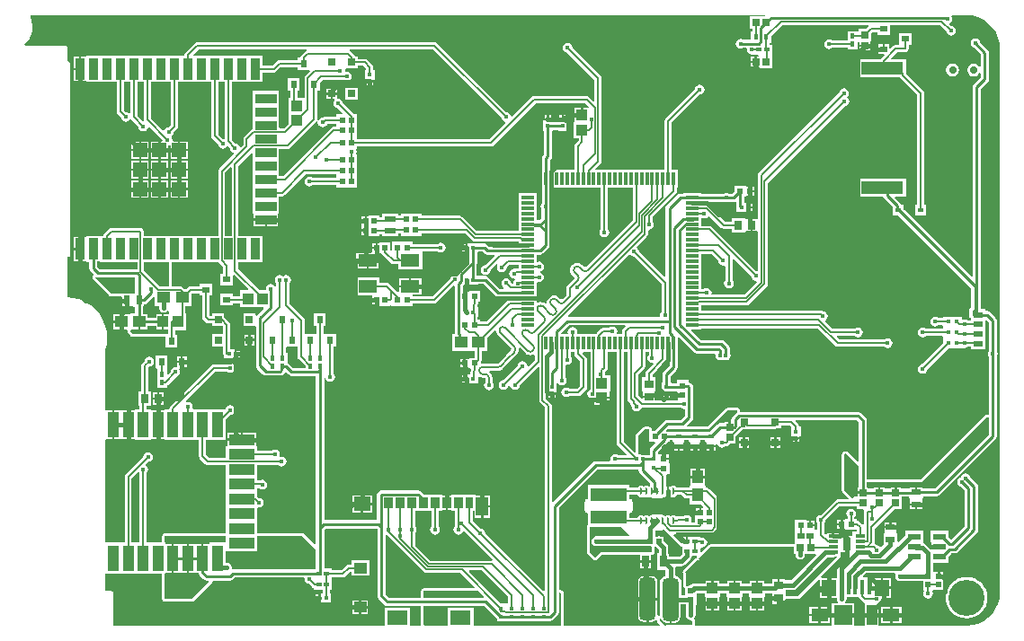
<source format=gtl>
G04*
G04 #@! TF.GenerationSoftware,Altium Limited,Altium Designer,21.1.1 (26)*
G04*
G04 Layer_Physical_Order=1*
G04 Layer_Color=255*
%FSLAX44Y44*%
%MOMM*%
G71*
G04*
G04 #@! TF.SameCoordinates,E069ABF9-E8C7-48A9-8C9A-FF8294D84A43*
G04*
G04*
G04 #@! TF.FilePolarity,Positive*
G04*
G01*
G75*
%ADD12C,0.2540*%
%ADD22R,0.5000X0.4500*%
%ADD23R,0.4500X0.4500*%
%ADD36R,0.5900X0.4500*%
%ADD37R,4.0000X1.2000*%
%ADD38R,0.8500X0.6000*%
%ADD39R,1.2000X0.3000*%
%ADD40R,0.3000X1.2000*%
%ADD41R,0.7000X0.6500*%
%ADD42R,1.0062X1.1051*%
%ADD43R,0.6153X0.5725*%
%ADD44R,0.4556X0.3612*%
%ADD45R,0.4500X0.6000*%
%ADD46R,0.9000X2.0000*%
%ADD47R,2.0000X0.9000*%
%ADD48R,1.3300X1.3300*%
G04:AMPARAMS|DCode=49|XSize=0.6mm|YSize=0.24mm|CornerRadius=0.12mm|HoleSize=0mm|Usage=FLASHONLY|Rotation=270.000|XOffset=0mm|YOffset=0mm|HoleType=Round|Shape=RoundedRectangle|*
%AMROUNDEDRECTD49*
21,1,0.6000,0.0000,0,0,270.0*
21,1,0.3600,0.2400,0,0,270.0*
1,1,0.2400,0.0000,-0.1800*
1,1,0.2400,0.0000,0.1800*
1,1,0.2400,0.0000,0.1800*
1,1,0.2400,0.0000,-0.1800*
%
%ADD49ROUNDEDRECTD49*%
%ADD50R,0.7581X0.8121*%
%ADD51R,0.6250X0.8250*%
%ADD52R,0.5000X0.5000*%
%ADD53R,1.3061X1.0582*%
%ADD54R,1.0000X0.5000*%
%ADD55R,0.4500X1.3800*%
%ADD56R,1.6500X1.3000*%
%ADD57R,1.8000X1.9000*%
%ADD58R,1.4250X1.5500*%
%ADD59R,1.0000X1.9000*%
%ADD70R,0.6000X0.4500*%
%ADD71R,0.8250X0.6250*%
%ADD72R,0.8121X0.7581*%
%ADD73R,0.3612X0.4556*%
%ADD74R,0.5725X0.6153*%
%ADD75R,0.4500X0.5000*%
%ADD78R,0.3500X0.3500*%
%ADD81R,0.6500X0.7000*%
%ADD101R,0.6000X0.7000*%
%ADD102C,1.4220*%
%ADD113R,0.7000X0.6000*%
%ADD120C,0.7000*%
%ADD122C,0.3500*%
%ADD124C,0.1500*%
%ADD125R,1.2000X0.6000*%
%ADD126R,3.4000X1.3000*%
%ADD127R,1.1000X1.0000*%
%ADD128R,0.7000X0.8500*%
%ADD129R,0.6500X0.6000*%
%ADD130R,0.6000X0.5500*%
%ADD131R,0.5500X0.5500*%
%ADD132R,0.6500X0.6500*%
%ADD133R,0.5000X0.5500*%
%ADD134R,0.8500X1.1000*%
%ADD135R,1.2000X1.0000*%
%ADD136R,0.7500X1.1000*%
%ADD137R,1.9000X1.3500*%
%ADD138R,1.5500X1.3500*%
%ADD139R,1.1700X1.8000*%
%ADD140R,0.8636X0.3048*%
%ADD141R,0.7874X1.1938*%
%ADD142R,1.0000X2.4500*%
%ADD143R,2.4500X1.0000*%
%ADD144R,1.2500X1.1000*%
%ADD145R,0.6500X1.0500*%
%ADD146R,0.5800X0.5400*%
G04:AMPARAMS|DCode=147|XSize=1.524mm|YSize=4mm|CornerRadius=0.381mm|HoleSize=0mm|Usage=FLASHONLY|Rotation=0.000|XOffset=0mm|YOffset=0mm|HoleType=Round|Shape=RoundedRectangle|*
%AMROUNDEDRECTD147*
21,1,1.5240,3.2380,0,0,0.0*
21,1,0.7620,4.0000,0,0,0.0*
1,1,0.7620,0.3810,-1.6190*
1,1,0.7620,-0.3810,-1.6190*
1,1,0.7620,-0.3810,1.6190*
1,1,0.7620,0.3810,1.6190*
%
%ADD147ROUNDEDRECTD147*%
%ADD148R,1.8000X1.2000*%
%ADD149R,1.1000X1.2500*%
%ADD150R,0.5500X0.6000*%
%ADD151R,0.6500X0.6500*%
%ADD152R,0.4500X0.4500*%
%ADD153R,1.0000X1.1000*%
%ADD154C,0.4000*%
%ADD155C,0.3810*%
%ADD156C,3.4000*%
%ADD157C,0.4000*%
G36*
X1018346Y663338D02*
X1023745Y661858D01*
X1028796Y659443D01*
X1033337Y656169D01*
X1037226Y652142D01*
X1040338Y647488D01*
X1042575Y642356D01*
X1043939Y636598D01*
X1044058Y636336D01*
X1044114Y636054D01*
X1044202Y635924D01*
Y119576D01*
X1043711Y113964D01*
X1042293Y108674D01*
X1039979Y103711D01*
X1036838Y99225D01*
X1032965Y95353D01*
X1028479Y92212D01*
X1023515Y89897D01*
X1018226Y88480D01*
X1012614Y87989D01*
X930050D01*
Y97100D01*
X917050D01*
Y87989D01*
X907050D01*
Y97100D01*
X886050D01*
Y87989D01*
X757677D01*
X756929Y88900D01*
Y92453D01*
X756904Y92577D01*
X756917Y92703D01*
X756808Y93062D01*
X756735Y93429D01*
X756354Y94546D01*
X757349Y96034D01*
X757698Y97790D01*
Y107090D01*
X758360D01*
Y118602D01*
X765899D01*
Y115165D01*
X766899D01*
Y110178D01*
X773430D01*
X779961D01*
Y115165D01*
X780961D01*
Y118602D01*
X786805D01*
Y115165D01*
X787805D01*
Y110178D01*
X794336D01*
X800867D01*
Y115165D01*
X801867D01*
Y118602D01*
X807711D01*
Y115165D01*
X808711D01*
Y110178D01*
X815242D01*
X821774D01*
Y115165D01*
X822774D01*
Y118602D01*
X830057D01*
Y114885D01*
X835618D01*
Y113884D01*
X836618D01*
Y108594D01*
X841179D01*
Y111945D01*
X842178Y113040D01*
X853459D01*
X854435Y113235D01*
X855262Y113787D01*
X873376Y131902D01*
X874550Y131416D01*
Y124850D01*
X882175D01*
Y133100D01*
X876234D01*
X875748Y134273D01*
X892487Y151012D01*
X892695Y151323D01*
X892932Y151613D01*
X892969Y151734D01*
X893039Y151839D01*
X893109Y152189D01*
X893723Y153204D01*
X893723Y153205D01*
X893723Y153205D01*
Y156294D01*
X894168Y157380D01*
X898605D01*
Y164848D01*
Y172318D01*
X894168D01*
X893993Y171962D01*
X892723Y172257D01*
Y175492D01*
X887905D01*
Y172468D01*
X885905D01*
Y175492D01*
X881087D01*
Y174535D01*
X879914Y174049D01*
X878852Y175111D01*
Y184820D01*
X879777Y186204D01*
X880102Y187838D01*
X892585Y200321D01*
X909095D01*
Y197885D01*
X915500D01*
X916179Y196615D01*
X916167Y196597D01*
X915915Y195329D01*
Y183898D01*
X914659Y183511D01*
X914645Y183511D01*
X911915Y186242D01*
X910840Y186960D01*
X909572Y187212D01*
X909355D01*
Y189149D01*
X907169D01*
Y190539D01*
X908094Y191923D01*
X908443Y193679D01*
X908094Y195435D01*
X907099Y196923D01*
X905611Y197918D01*
X903855Y198267D01*
X902099Y197918D01*
X900611Y196923D01*
X899616Y195435D01*
X899267Y193679D01*
X899616Y191923D01*
X900541Y190539D01*
Y189149D01*
X898355D01*
Y188148D01*
X896355D01*
Y183899D01*
Y179649D01*
X898355D01*
Y178649D01*
X908991D01*
Y176493D01*
X905487D01*
Y173403D01*
X905042Y172318D01*
X900605D01*
Y164848D01*
Y157380D01*
X902342D01*
X902828Y156206D01*
X891805Y145184D01*
X890811Y143696D01*
X890462Y141940D01*
Y134100D01*
X890300D01*
Y133100D01*
X884175D01*
Y123850D01*
Y114600D01*
X890462D01*
Y113030D01*
X890811Y111274D01*
X891415Y110370D01*
X890736Y109100D01*
X886050D01*
Y99100D01*
X907050D01*
Y109100D01*
X899363D01*
X898684Y110370D01*
X899289Y111274D01*
X899638Y113030D01*
Y115300D01*
X911340D01*
X911488Y114556D01*
X912207Y113481D01*
X915001Y110687D01*
X916076Y109969D01*
X916135Y109957D01*
X917050Y109100D01*
Y99100D01*
X930050D01*
Y109080D01*
X931106Y109786D01*
X932101Y111274D01*
X932450Y113030D01*
X932333Y113618D01*
X933139Y114600D01*
X941550D01*
Y122850D01*
X932925D01*
Y123850D01*
X931925D01*
Y133100D01*
X924300D01*
Y133100D01*
X922050D01*
Y124700D01*
X920050D01*
Y133100D01*
X919300D01*
Y134100D01*
X915581D01*
X915095Y135273D01*
X917571Y137749D01*
X945291D01*
X945890Y136629D01*
X945721Y136376D01*
X945372Y134620D01*
X945721Y132864D01*
X946716Y131376D01*
X948204Y130381D01*
X949960Y130032D01*
X971630D01*
Y121870D01*
X972203D01*
X972882Y120600D01*
X972391Y119866D01*
X972042Y118110D01*
X972391Y116354D01*
X973386Y114866D01*
X974874Y113871D01*
X976630Y113522D01*
X978386Y113871D01*
X979874Y114866D01*
X980869Y116354D01*
X981218Y118110D01*
X980869Y119866D01*
X980378Y120600D01*
X980664Y121135D01*
X981630Y121870D01*
X981790D01*
Y121870D01*
X991790D01*
Y132370D01*
X990790D01*
Y133620D01*
X986790D01*
Y134620D01*
X985790D01*
Y138870D01*
X982790D01*
Y138870D01*
X981630Y139136D01*
Y139870D01*
X981218D01*
Y147560D01*
X995360D01*
Y153124D01*
X997848Y155612D01*
X998225Y156176D01*
X1001594D01*
X1001594Y156176D01*
X1003065Y156469D01*
X1004312Y157302D01*
X1022528Y175518D01*
X1022528Y175518D01*
X1023361Y176765D01*
X1023654Y178236D01*
Y219274D01*
X1023654Y219274D01*
X1023361Y220745D01*
X1022528Y221992D01*
X1016350Y228171D01*
X1016211Y228868D01*
X1015216Y230356D01*
X1013728Y231351D01*
X1011972Y231700D01*
X1010216Y231351D01*
X1008728Y230356D01*
X1007733Y228868D01*
X1007549Y227943D01*
X1006624Y227759D01*
X1005136Y226764D01*
X1004141Y225276D01*
X1003792Y223520D01*
X1004141Y221764D01*
X1005136Y220276D01*
X1006624Y219281D01*
X1007322Y219142D01*
X1010886Y215578D01*
Y181932D01*
X998407Y169453D01*
X997848Y169508D01*
X995360Y171996D01*
Y177560D01*
X978360D01*
Y166560D01*
X979360D01*
Y163560D01*
X986860D01*
Y161560D01*
X979196D01*
X978187Y161142D01*
X974525Y164804D01*
X974525Y164804D01*
X974525Y164805D01*
X973785Y165299D01*
X973036Y165799D01*
X973036Y165799D01*
X973036Y165799D01*
X972360Y165934D01*
Y177560D01*
X955360D01*
Y173520D01*
X948868Y167029D01*
X947695Y167514D01*
Y175135D01*
X946744D01*
X946695Y176385D01*
X946695Y176406D01*
Y180010D01*
X941070D01*
X935445D01*
Y176406D01*
X935445Y176385D01*
X935396Y175135D01*
X934445D01*
Y164459D01*
X932469Y162484D01*
X931205Y162608D01*
X931106Y162756D01*
X929618Y163751D01*
X927984Y164076D01*
X927409Y164652D01*
X926396Y165328D01*
X926604Y166370D01*
Y179457D01*
X945031Y197885D01*
X951845D01*
Y209791D01*
X958575D01*
Y208405D01*
X959527D01*
X959575Y207155D01*
X959575Y207135D01*
Y203530D01*
X965200D01*
X970825D01*
Y207135D01*
X970825Y207155D01*
X970873Y208405D01*
X971825D01*
Y210186D01*
X984920D01*
X984920Y210186D01*
X986391Y210479D01*
X987638Y211312D01*
X1040140Y263814D01*
X1040140Y263814D01*
X1040973Y265061D01*
X1041266Y266532D01*
Y341823D01*
X1041661Y342414D01*
X1042010Y344170D01*
X1041661Y345926D01*
X1041266Y346517D01*
Y376088D01*
X1040973Y377559D01*
X1040140Y378806D01*
X1040140Y378806D01*
X1035118Y383828D01*
X1033871Y384661D01*
X1032400Y384954D01*
X1032400Y384954D01*
X1030370D01*
Y386610D01*
X1026194D01*
Y594038D01*
X1032688Y600532D01*
X1033521Y601779D01*
X1033814Y603250D01*
X1033814Y603250D01*
Y628396D01*
X1033814Y628396D01*
X1033521Y629867D01*
X1032688Y631114D01*
X1032688Y631114D01*
X1025458Y638344D01*
X1025319Y639042D01*
X1024324Y640530D01*
X1022836Y641525D01*
X1021080Y641874D01*
X1019324Y641525D01*
X1017836Y640530D01*
X1016841Y639042D01*
X1016492Y637286D01*
X1016841Y635530D01*
X1017836Y634042D01*
X1019324Y633047D01*
X1020022Y632908D01*
X1026126Y626804D01*
Y615439D01*
X1024856Y615053D01*
X1023906Y616476D01*
X1021921Y617802D01*
X1019580Y618268D01*
X1017239Y617802D01*
X1015254Y616476D01*
X1013928Y614491D01*
X1013462Y612150D01*
X1013928Y609809D01*
X1015254Y607824D01*
X1017239Y606498D01*
X1019580Y606033D01*
X1021921Y606498D01*
X1023906Y607824D01*
X1024856Y609247D01*
X1026126Y608862D01*
Y604842D01*
X1019632Y598348D01*
X1018799Y597101D01*
X1018506Y595630D01*
X1018506Y595630D01*
Y417649D01*
X1017333Y417163D01*
X953750Y480746D01*
Y484810D01*
X950749D01*
X950562Y485750D01*
X949729Y486997D01*
X949729Y486997D01*
X944869Y491857D01*
X945355Y493030D01*
X955950D01*
Y510030D01*
X910950D01*
Y493030D01*
X934274D01*
X934531Y491737D01*
X935364Y490490D01*
X942850Y483004D01*
Y475310D01*
X948314D01*
X1017236Y406388D01*
Y388244D01*
X1016330Y387638D01*
X1015497Y386391D01*
X1015204Y384920D01*
Y381110D01*
X1015497Y379639D01*
X1016330Y378392D01*
X1016870Y378031D01*
Y375424D01*
X1014061D01*
X1012676Y376349D01*
X1010920Y376698D01*
X1009510Y376418D01*
X1008240Y377142D01*
Y379400D01*
X990740D01*
Y377964D01*
X986121D01*
X984736Y378889D01*
X982980Y379238D01*
X981224Y378889D01*
X979736Y377894D01*
X978741Y376406D01*
X978392Y374650D01*
X978741Y372894D01*
X979736Y371406D01*
X981224Y370411D01*
X982980Y370062D01*
X984736Y370411D01*
X986121Y371336D01*
X989812D01*
X990740Y370066D01*
Y369900D01*
X990740D01*
Y369240D01*
X990740D01*
Y367804D01*
X974690D01*
X973306Y368729D01*
X971550Y369078D01*
X969794Y368729D01*
X968306Y367734D01*
X967311Y366246D01*
X966962Y364490D01*
X967311Y362734D01*
X968306Y361246D01*
X969794Y360251D01*
X971550Y359902D01*
X973306Y360251D01*
X974690Y361176D01*
X989812D01*
X990740Y359906D01*
Y359740D01*
X990740D01*
Y359080D01*
X990740D01*
Y354266D01*
X971428Y334954D01*
X969794Y334629D01*
X968306Y333634D01*
X967311Y332146D01*
X966962Y330390D01*
X967311Y328634D01*
X968306Y327146D01*
X969794Y326151D01*
X971550Y325802D01*
X973306Y326151D01*
X974794Y327146D01*
X975789Y328634D01*
X976114Y330268D01*
X995426Y349580D01*
X1008240D01*
Y349580D01*
X1009510Y350022D01*
X1010920Y349742D01*
X1012676Y350091D01*
X1014061Y351016D01*
X1016870D01*
Y348610D01*
X1030370D01*
Y357610D01*
Y366610D01*
Y375908D01*
X1031640Y376434D01*
X1033578Y374496D01*
Y346517D01*
X1033183Y345926D01*
X1032834Y344170D01*
X1033183Y342414D01*
X1033578Y341823D01*
Y287029D01*
X1031240D01*
X1030265Y286835D01*
X1029438Y286282D01*
X969224Y226069D01*
X918689D01*
Y281495D01*
X918396Y282966D01*
X917563Y284213D01*
X917563Y284213D01*
X913054Y288722D01*
X911807Y289555D01*
X910336Y289848D01*
X910336Y289848D01*
X799662D01*
X799540Y291080D01*
X799432Y291438D01*
X799359Y291805D01*
X799288Y291910D01*
X799252Y292031D01*
X799014Y292321D01*
X798806Y292632D01*
X798701Y292703D01*
X798621Y292800D01*
X798291Y292977D01*
X797979Y293185D01*
X797855Y293210D01*
X797744Y293269D01*
X797371Y293306D01*
X797004Y293379D01*
X787400D01*
X786425Y293185D01*
X785598Y292632D01*
X768564Y275599D01*
X749579D01*
X749093Y276772D01*
X754082Y281762D01*
X754082Y281762D01*
X754916Y283009D01*
X755208Y284480D01*
Y312928D01*
X754916Y314399D01*
X754082Y315646D01*
X754082Y315646D01*
X752845Y316884D01*
X751598Y317717D01*
X750852Y317865D01*
Y319742D01*
X740128D01*
Y316752D01*
X734556D01*
Y317686D01*
X734094D01*
Y323528D01*
X739391Y328825D01*
X739391Y328825D01*
X740224Y330072D01*
X740517Y331543D01*
Y345800D01*
X740673D01*
Y359672D01*
X741846Y360158D01*
X756064Y345940D01*
X756064Y345940D01*
X757311Y345106D01*
X758782Y344814D01*
X775548D01*
X776590Y343544D01*
X776462Y342900D01*
X776811Y341144D01*
X777806Y339656D01*
X779294Y338661D01*
X781050Y338312D01*
X782806Y338661D01*
X783590Y339185D01*
X784374Y338661D01*
X786130Y338312D01*
X787886Y338661D01*
X789374Y339656D01*
X790369Y341144D01*
X790718Y342900D01*
X790369Y344656D01*
X789974Y345247D01*
Y349274D01*
X789974Y349275D01*
X789793Y350182D01*
X789681Y350745D01*
X789681Y350746D01*
X789681Y350746D01*
X789300Y351316D01*
X788848Y351992D01*
X788848Y351992D01*
X788848Y351993D01*
X784384Y356456D01*
X783764Y356870D01*
X783137Y357289D01*
X783137Y357289D01*
X783137Y357289D01*
X782054Y357505D01*
X781666Y357581D01*
X781666Y357582D01*
X781666Y357581D01*
X762479D01*
X753433Y366627D01*
X753919Y367800D01*
X762673D01*
Y368487D01*
X872697D01*
X889197Y351987D01*
X890272Y351269D01*
X891540Y351016D01*
X935389D01*
X936774Y350091D01*
X938530Y349742D01*
X940286Y350091D01*
X941774Y351086D01*
X942769Y352574D01*
X943118Y354330D01*
X942769Y356086D01*
X941774Y357574D01*
X940286Y358569D01*
X938530Y358918D01*
X936774Y358569D01*
X935389Y357644D01*
X892913D01*
X890553Y360003D01*
X891039Y361176D01*
X907449D01*
X908834Y360251D01*
X910590Y359902D01*
X912346Y360251D01*
X913834Y361246D01*
X914829Y362734D01*
X915178Y364490D01*
X914829Y366246D01*
X913834Y367734D01*
X912346Y368729D01*
X910590Y369078D01*
X908834Y368729D01*
X907449Y367804D01*
X886288D01*
X879719Y374373D01*
X879968Y375920D01*
X880814Y376486D01*
X881809Y377974D01*
X882158Y379730D01*
X881809Y381486D01*
X880814Y382974D01*
X879326Y383969D01*
X877586Y384315D01*
X876768Y384861D01*
X875500Y385114D01*
X762673D01*
Y390236D01*
X805517D01*
X806785Y390488D01*
X807860Y391207D01*
X824501Y407848D01*
X825219Y408923D01*
X825311Y409385D01*
X825471Y410191D01*
Y505317D01*
X897758Y577604D01*
X899392Y577929D01*
X900880Y578924D01*
X901875Y580412D01*
X902224Y582168D01*
X901875Y583924D01*
X900880Y585412D01*
X900350Y585767D01*
Y587037D01*
X900372Y587052D01*
X901367Y588540D01*
X901716Y590296D01*
X901367Y592052D01*
X900372Y593540D01*
X898884Y594535D01*
X897128Y594884D01*
X895372Y594535D01*
X893884Y593540D01*
X892889Y592052D01*
X892564Y590418D01*
X817315Y515169D01*
X816597Y514094D01*
X816344Y512826D01*
Y472260D01*
X815470Y471352D01*
X815074Y471352D01*
X811180D01*
Y465791D01*
Y460231D01*
X815074D01*
X815470Y460231D01*
X816344Y459323D01*
Y423406D01*
X815074Y422478D01*
X814220Y422648D01*
X772725Y464143D01*
X771650Y464861D01*
X770382Y465114D01*
X762673D01*
Y471957D01*
X763943Y472635D01*
X764054Y472561D01*
X765810Y472212D01*
X767566Y472561D01*
X769054Y473556D01*
X769471Y474179D01*
X770735Y474304D01*
X781591Y463448D01*
X782666Y462730D01*
X783934Y462478D01*
X791350D01*
Y459231D01*
X803931D01*
Y459478D01*
X804889Y460231D01*
X805201Y460231D01*
X809180D01*
Y465791D01*
Y471352D01*
X805201D01*
X804889Y471352D01*
X803931Y472105D01*
Y472352D01*
X791350D01*
Y469105D01*
X785306D01*
X770268Y484143D01*
X769193Y484861D01*
X767925Y485114D01*
X762673D01*
Y485800D01*
X761673D01*
Y487800D01*
X762673D01*
Y487956D01*
X784037D01*
X784628Y487561D01*
X786384Y487212D01*
X788140Y487561D01*
X788731Y487956D01*
X793584D01*
X793584Y487956D01*
X794511Y488140D01*
X795455Y487617D01*
X795781Y487322D01*
Y483385D01*
X795866Y482957D01*
X795879Y482520D01*
X796011Y482228D01*
X796073Y481914D01*
X796104Y481869D01*
Y478294D01*
X805660D01*
Y479294D01*
X805938D01*
Y482600D01*
Y485906D01*
X805660D01*
Y486906D01*
X803468D01*
Y492478D01*
X805201D01*
Y493478D01*
X807196D01*
Y497840D01*
Y502202D01*
X805201D01*
Y503202D01*
X794048D01*
Y497699D01*
X791992Y495644D01*
X788731D01*
X788140Y496039D01*
X786384Y496388D01*
X784628Y496039D01*
X784037Y495644D01*
X762673D01*
Y495800D01*
X745673D01*
Y495414D01*
X743030D01*
X743030Y495414D01*
X741559Y495121D01*
X740312Y494288D01*
X740312Y494288D01*
X730124Y484100D01*
X729291Y482853D01*
X728998Y481382D01*
X728998Y481382D01*
Y417807D01*
X727825Y417321D01*
X704334Y440812D01*
X704009Y442446D01*
X703014Y443934D01*
X702392Y444350D01*
X702268Y445614D01*
X711516Y454862D01*
X712234Y455937D01*
X712487Y457205D01*
Y460750D01*
X713468Y461556D01*
X713740Y461502D01*
X715496Y461851D01*
X716984Y462846D01*
X717979Y464334D01*
X718328Y466090D01*
X717979Y467846D01*
X717054Y469230D01*
Y473788D01*
X739016Y495751D01*
X739735Y496826D01*
X739987Y498094D01*
Y500800D01*
X740673D01*
Y517800D01*
X734987D01*
Y562660D01*
X761614Y589288D01*
X763248Y589613D01*
X764736Y590608D01*
X765731Y592096D01*
X766080Y593852D01*
X765731Y595608D01*
X764736Y597096D01*
X763248Y598091D01*
X761492Y598440D01*
X759736Y598091D01*
X758248Y597096D01*
X757253Y595608D01*
X756928Y593974D01*
X729330Y566376D01*
X728612Y565301D01*
X728359Y564033D01*
Y517800D01*
X663674D01*
X663188Y518973D01*
X667978Y523763D01*
X668696Y524838D01*
X668948Y526106D01*
Y604366D01*
X668696Y605634D01*
X667978Y606709D01*
X641596Y633090D01*
X641271Y634724D01*
X640276Y636212D01*
X638788Y637207D01*
X637032Y637556D01*
X635276Y637207D01*
X633788Y636212D01*
X632793Y634724D01*
X632444Y632968D01*
X632793Y631212D01*
X633788Y629724D01*
X635276Y628729D01*
X636910Y628404D01*
X662321Y602993D01*
Y583289D01*
X661147Y582803D01*
X657407Y586543D01*
X656332Y587261D01*
X655064Y587514D01*
X605485D01*
X604217Y587261D01*
X603142Y586543D01*
X584884Y568286D01*
X583507Y568704D01*
X583359Y569446D01*
X582364Y570934D01*
X580876Y571929D01*
X579242Y572254D01*
X514153Y637343D01*
X513078Y638061D01*
X511810Y638314D01*
X288290D01*
X287022Y638061D01*
X285947Y637343D01*
X276987Y628383D01*
X276269Y627308D01*
X276016Y626040D01*
Y625660D01*
X183430D01*
Y624660D01*
X178730D01*
Y613160D01*
Y601660D01*
X183430D01*
Y600660D01*
X212516D01*
Y572840D01*
X212768Y571572D01*
X213487Y570497D01*
X216416Y567568D01*
X216741Y565934D01*
X217736Y564446D01*
X219224Y563451D01*
X220980Y563102D01*
X222736Y563451D01*
X224224Y564446D01*
X224766Y565257D01*
X225932Y565388D01*
X226292Y565312D01*
X232926Y558678D01*
X233251Y557044D01*
X234246Y555556D01*
X235734Y554561D01*
X237490Y554212D01*
X239246Y554561D01*
X240734Y555556D01*
X241729Y557044D01*
X241927Y558041D01*
X243305Y558459D01*
X255786Y545978D01*
X255853Y545642D01*
X255047Y544660D01*
X253730D01*
Y537510D01*
X260880D01*
Y540852D01*
X261781Y541294D01*
X262930Y540585D01*
Y537510D01*
X270080D01*
Y544660D01*
X265653D01*
X264847Y545642D01*
X264938Y546100D01*
X264589Y547856D01*
X264169Y548484D01*
X264439Y550191D01*
X264864Y550476D01*
X265859Y551964D01*
X266184Y553598D01*
X268973Y556387D01*
X269691Y557462D01*
X269944Y558730D01*
Y600660D01*
X301416D01*
Y549980D01*
X301668Y548712D01*
X302387Y547637D01*
X307856Y542168D01*
X308181Y540534D01*
X309176Y539046D01*
X310664Y538051D01*
X312420Y537702D01*
X314176Y538051D01*
X315664Y539046D01*
X316120Y539728D01*
X317731Y539912D01*
X319286Y538358D01*
X319611Y536724D01*
X320606Y535236D01*
X322094Y534241D01*
X322340Y534192D01*
X322709Y532977D01*
X308837Y519105D01*
X308119Y518030D01*
X307866Y516762D01*
Y455660D01*
X238264D01*
Y459232D01*
X238011Y460500D01*
X237293Y461575D01*
X236855Y462013D01*
X235780Y462731D01*
X234512Y462984D01*
X207264D01*
X205996Y462731D01*
X204921Y462013D01*
X200787Y457879D01*
X200068Y456804D01*
X199841Y455660D01*
X183430D01*
Y454660D01*
X178730D01*
Y443160D01*
Y431660D01*
X183430D01*
Y430660D01*
X186586D01*
Y425012D01*
X186586Y425012D01*
X186879Y423541D01*
X187712Y422294D01*
X190756Y419249D01*
X190746Y419027D01*
X189936Y418041D01*
X189760Y417710D01*
X189551Y417399D01*
X189527Y417275D01*
X189467Y417164D01*
X189431Y416791D01*
X189357Y416424D01*
X189382Y416300D01*
X189370Y416174D01*
X189478Y415816D01*
X189551Y415448D01*
X189622Y415343D01*
X189658Y415222D01*
X189896Y414933D01*
X190104Y414621D01*
X205208Y399518D01*
X206035Y398965D01*
X207010Y398771D01*
X216345D01*
X217345Y397675D01*
Y395902D01*
X221970D01*
Y394902D01*
X222970D01*
Y389277D01*
X226595D01*
Y389277D01*
X227845Y389228D01*
Y388278D01*
X229626D01*
Y382650D01*
X225138D01*
X224638Y381650D01*
X217887D01*
Y374650D01*
Y367650D01*
X221936D01*
X222822Y366380D01*
X222778Y366261D01*
X222708Y365819D01*
X222621Y365380D01*
X222631Y365329D01*
X222623Y365278D01*
X222728Y364843D01*
X222815Y364405D01*
X222844Y364362D01*
X222856Y364311D01*
X223119Y363950D01*
X223368Y363578D01*
X225528Y361418D01*
X226355Y360865D01*
X227330Y360671D01*
X258660D01*
Y350710D01*
X269660D01*
Y362710D01*
X267474D01*
Y366650D01*
X277390D01*
Y382650D01*
X277243D01*
Y389510D01*
X282680D01*
Y400824D01*
X283450Y401594D01*
X290070D01*
Y399408D01*
X292756D01*
Y379164D01*
X293009Y377896D01*
X293727Y376821D01*
X296361Y374187D01*
X297436Y373469D01*
X298704Y373216D01*
X302080D01*
Y370530D01*
X312616D01*
X312662Y370483D01*
Y363530D01*
X302080D01*
Y351530D01*
X312662D01*
Y344170D01*
X312915Y342902D01*
X313504Y342020D01*
Y339864D01*
X323060D01*
Y340864D01*
X323338D01*
Y344170D01*
Y347476D01*
X323060D01*
Y348476D01*
X319290D01*
Y371856D01*
X319037Y373124D01*
X318319Y374199D01*
X313645Y378873D01*
X313580Y378917D01*
Y382530D01*
X302080D01*
Y379844D01*
X300077D01*
X299384Y380537D01*
Y399408D01*
X302070D01*
Y410407D01*
X290070D01*
Y408221D01*
X282078D01*
X280810Y407969D01*
X279735Y407251D01*
X277994Y405510D01*
X276397D01*
X276273Y405695D01*
X274749Y407219D01*
X273674Y407937D01*
X272406Y408190D01*
X264169D01*
Y430660D01*
X308457D01*
X308837Y430092D01*
X312756Y426172D01*
Y419908D01*
X310070D01*
Y408908D01*
X322070D01*
Y418225D01*
X323243Y418711D01*
X336541Y405413D01*
X336055Y404240D01*
X328400D01*
Y398721D01*
X322070D01*
Y400907D01*
X310070D01*
Y389907D01*
X322070D01*
Y392094D01*
X328400D01*
Y388240D01*
X350411D01*
X350897Y387067D01*
X344754Y380924D01*
X344350Y380319D01*
X343080Y380704D01*
Y382530D01*
X331580D01*
Y370530D01*
X342358D01*
X343080Y370530D01*
X343628Y369487D01*
Y333248D01*
X343628Y333248D01*
X343921Y331777D01*
X344754Y330530D01*
X350088Y325196D01*
X350088Y325196D01*
X351335Y324363D01*
X352806Y324070D01*
X352806Y324070D01*
X367030D01*
X367293Y324122D01*
X367560Y324107D01*
X368022Y324267D01*
X368501Y324363D01*
X368724Y324512D01*
X368977Y324600D01*
X369342Y324925D01*
X369748Y325196D01*
X369897Y325419D01*
X370097Y325597D01*
X370310Y326037D01*
X370581Y326443D01*
X370605Y326564D01*
X370985Y326795D01*
X371505Y326927D01*
X372053Y326912D01*
X374278Y324688D01*
X374278Y324688D01*
X375525Y323855D01*
X376996Y323562D01*
X400016D01*
Y180026D01*
X400016Y180026D01*
X400016Y180026D01*
Y165318D01*
X398843Y164832D01*
X389152Y174522D01*
X388326Y175075D01*
X387350Y175269D01*
X344870D01*
Y186130D01*
Y198691D01*
X345852Y199496D01*
X346246Y199418D01*
X348002Y199767D01*
X349491Y200762D01*
X350485Y202250D01*
X350834Y204006D01*
X350485Y205762D01*
X349491Y207250D01*
X348002Y208245D01*
X346369Y208570D01*
X344965Y209973D01*
X344870Y210037D01*
Y217436D01*
X346120Y217850D01*
X347609Y216856D01*
X349365Y216507D01*
X351121Y216856D01*
X352609Y217850D01*
X353604Y219339D01*
X353953Y221095D01*
X353604Y222851D01*
X352609Y224339D01*
X351121Y225334D01*
X349365Y225683D01*
X347609Y225334D01*
X347026Y224944D01*
X344870D01*
Y239510D01*
X364651D01*
X366036Y238585D01*
X367792Y238236D01*
X369548Y238585D01*
X371036Y239580D01*
X372031Y241068D01*
X372380Y242824D01*
X372031Y244580D01*
X371036Y246068D01*
X369548Y247063D01*
X367792Y247412D01*
X366690Y247193D01*
X366402Y247378D01*
X365704Y248252D01*
X365978Y249630D01*
X365629Y251386D01*
X364635Y252875D01*
X363146Y253869D01*
X361390Y254218D01*
X359634Y253869D01*
X358250Y252944D01*
X344870D01*
Y257130D01*
X343870D01*
Y262630D01*
X316370D01*
Y257130D01*
X315370D01*
Y246138D01*
X299622D01*
X296483Y249277D01*
Y262830D01*
X314670D01*
Y282159D01*
X315017Y282391D01*
X319400Y286774D01*
X321034Y287099D01*
X322522Y288094D01*
X323517Y289582D01*
X323866Y291338D01*
X323517Y293094D01*
X322522Y294582D01*
X321034Y295577D01*
X319278Y295926D01*
X317522Y295577D01*
X316034Y294582D01*
X315039Y293094D01*
X314670Y292330D01*
X284466D01*
X283556Y293600D01*
X283758Y294616D01*
X283409Y296372D01*
X282414Y297860D01*
X280926Y298855D01*
X279170Y299204D01*
X278020Y298976D01*
X277394Y300146D01*
X305151Y327902D01*
X316138D01*
X317522Y326977D01*
X319278Y326628D01*
X321034Y326977D01*
X322522Y327972D01*
X323517Y329460D01*
X323866Y331216D01*
X323517Y332972D01*
X322522Y334460D01*
X321034Y335455D01*
X319278Y335804D01*
X317522Y335455D01*
X316138Y334530D01*
X303778D01*
X302510Y334277D01*
X301435Y333559D01*
X262827Y294951D01*
X262108Y293876D01*
X261856Y292608D01*
Y292330D01*
X257670D01*
Y291330D01*
X252170D01*
Y277580D01*
Y263830D01*
X257670D01*
Y262830D01*
X289856D01*
Y247904D01*
X290108Y246636D01*
X290827Y245561D01*
X295907Y240481D01*
X296982Y239763D01*
X298250Y239510D01*
X315370D01*
Y228130D01*
Y214130D01*
Y200130D01*
Y186130D01*
Y175269D01*
X257810D01*
X256835Y175075D01*
X256008Y174522D01*
X255455Y173695D01*
X255261Y172720D01*
Y166430D01*
X240484D01*
Y232383D01*
X241409Y233768D01*
X241758Y235524D01*
X241409Y237280D01*
X240414Y238768D01*
X239872Y239131D01*
X239747Y240395D01*
X241930Y242578D01*
X243564Y242903D01*
X245052Y243898D01*
X246047Y245386D01*
X246396Y247142D01*
X246047Y248898D01*
X245052Y250386D01*
X243564Y251381D01*
X241808Y251730D01*
X240052Y251381D01*
X238564Y250386D01*
X237569Y248898D01*
X237244Y247264D01*
X220827Y230847D01*
X220109Y229772D01*
X219856Y228504D01*
Y166430D01*
X201939D01*
Y262863D01*
X202670Y263830D01*
X203209Y263830D01*
X208170D01*
Y277580D01*
Y291330D01*
X203209D01*
X202670Y291330D01*
X201939Y292297D01*
Y348482D01*
X203067Y353179D01*
X203542Y359222D01*
X203067Y365265D01*
X201652Y371160D01*
X199332Y376760D01*
X196165Y381928D01*
X192228Y386538D01*
X187619Y390475D01*
X182450Y393642D01*
X176850Y395962D01*
X170955Y397377D01*
X166359Y397738D01*
Y435716D01*
X166806Y435805D01*
X167633Y436357D01*
X168185Y437184D01*
X168379Y438160D01*
Y618160D01*
X168185Y619136D01*
X167633Y619962D01*
X166806Y620515D01*
X166359Y620604D01*
Y632460D01*
X166165Y633435D01*
X165613Y634262D01*
X164786Y634815D01*
X163810Y635009D01*
X125903D01*
X125436Y636279D01*
X127722Y638319D01*
X127946Y638616D01*
X128221Y638867D01*
X130314Y641713D01*
X130471Y642050D01*
X130688Y642353D01*
X132148Y645570D01*
X132232Y645932D01*
X132382Y646273D01*
X133145Y649723D01*
X133153Y650095D01*
X133229Y650460D01*
X133263Y653992D01*
X133194Y654358D01*
X133193Y654730D01*
X132495Y658193D01*
X132352Y658537D01*
X132274Y658901D01*
X130876Y662145D01*
X130803Y662251D01*
X130951Y662934D01*
X131353Y663613D01*
X133024Y663851D01*
X822831D01*
X823510Y662581D01*
X823419Y662445D01*
X808400D01*
Y650945D01*
X810837D01*
Y648692D01*
X809650D01*
Y640622D01*
X802193D01*
X801602Y641017D01*
X799846Y641366D01*
X798090Y641017D01*
X796602Y640022D01*
X795607Y638534D01*
X795258Y636778D01*
X795607Y635022D01*
X796602Y633534D01*
X798090Y632539D01*
X799846Y632190D01*
X801602Y632539D01*
X802193Y632934D01*
X805272D01*
X806077Y631952D01*
X805926Y631190D01*
X806275Y629434D01*
X807270Y627946D01*
X808758Y626951D01*
X810514Y626602D01*
X811672Y626832D01*
X812150Y626440D01*
Y626440D01*
X816435D01*
X817283Y625358D01*
X817024Y624510D01*
X815150D01*
Y619760D01*
Y615010D01*
X817650D01*
Y614010D01*
X829650D01*
Y625510D01*
X829650D01*
X829650Y626440D01*
X829650D01*
Y635940D01*
X827214D01*
Y637692D01*
X828650D01*
Y644006D01*
X839460Y654816D01*
X920510D01*
X920895Y653546D01*
X920367Y653193D01*
X918004Y650830D01*
X911190D01*
Y649651D01*
X910260Y648830D01*
X900760D01*
Y639644D01*
X886216D01*
X884831Y640569D01*
X883076Y640918D01*
X881320Y640569D01*
X879831Y639574D01*
X878837Y638086D01*
X878487Y636330D01*
X878837Y634574D01*
X879831Y633086D01*
X881320Y632091D01*
X883076Y631742D01*
X884831Y632091D01*
X886216Y633016D01*
X900760D01*
Y631330D01*
X910260D01*
Y638116D01*
X911342Y638963D01*
X912190Y638704D01*
Y636080D01*
X916940D01*
X921690D01*
Y639330D01*
X922690D01*
Y646144D01*
X924082Y647536D01*
X928880D01*
Y645350D01*
X940880D01*
Y654816D01*
X987688D01*
X993656Y648848D01*
X993981Y647214D01*
X994976Y645726D01*
X996464Y644731D01*
X998220Y644382D01*
X999976Y644731D01*
X1001464Y645726D01*
X1002459Y647214D01*
X1002808Y648970D01*
X1002459Y650726D01*
X1001464Y652214D01*
X999976Y653209D01*
X998342Y653534D01*
X996781Y655096D01*
X996983Y656689D01*
X997711Y657176D01*
X998706Y658664D01*
X999055Y660420D01*
X998706Y662176D01*
X998435Y662581D01*
X999113Y663851D01*
X1012611D01*
X1018346Y663338D01*
D02*
G37*
G36*
X391147Y630517D02*
X391124Y630416D01*
X390087Y629723D01*
X386277Y625913D01*
X385559Y624838D01*
X385457Y624330D01*
X383120D01*
Y621644D01*
X365600D01*
X364332Y621391D01*
X363257Y620673D01*
X359058Y616474D01*
X349830D01*
Y625660D01*
X285296D01*
X284810Y626833D01*
X289662Y631686D01*
X390913D01*
X391147Y630517D01*
D02*
G37*
G36*
X574556Y567568D02*
X574881Y565934D01*
X575876Y564446D01*
X577364Y563451D01*
X578106Y563303D01*
X578524Y561926D01*
X563472Y546874D01*
X439010D01*
Y548810D01*
X439010D01*
Y549740D01*
X439010D01*
Y559743D01*
Y570243D01*
X435712D01*
X425442Y580512D01*
X425117Y582146D01*
X424122Y583634D01*
X422634Y584629D01*
X420928Y584968D01*
X420878Y584978D01*
X419680Y586035D01*
Y588770D01*
X415680D01*
Y585020D01*
X417422D01*
X417807Y583750D01*
X417634Y583634D01*
X416639Y582146D01*
X416290Y580390D01*
X416639Y578634D01*
X417634Y577146D01*
X419122Y576151D01*
X420756Y575826D01*
X425166Y571416D01*
X424680Y570243D01*
X419510D01*
Y568306D01*
X408783D01*
X407514Y568054D01*
X406439Y567336D01*
X406218Y567114D01*
X404584Y566789D01*
X403096Y565794D01*
X402583Y565027D01*
X401386Y565522D01*
X401434Y565760D01*
Y592330D01*
X403620D01*
Y599644D01*
X406453Y602476D01*
X426119D01*
X427504Y601551D01*
X429260Y601202D01*
X431016Y601551D01*
X432504Y602546D01*
X433499Y604034D01*
X433848Y605790D01*
X433499Y607546D01*
X432504Y609034D01*
X431016Y610029D01*
X429260Y610378D01*
X428672Y610261D01*
X427498Y610870D01*
X427183Y612456D01*
X427685Y613141D01*
X428079Y613520D01*
X439680D01*
Y615956D01*
X444888D01*
X447247Y613596D01*
X446839Y612326D01*
X446544D01*
Y602770D01*
X447544D01*
Y602492D01*
X450850D01*
X454156D01*
Y602770D01*
X455156D01*
Y612326D01*
X454164D01*
Y614680D01*
X453911Y615948D01*
X453193Y617023D01*
X448603Y621613D01*
X447528Y622331D01*
X446260Y622583D01*
X439680D01*
Y625020D01*
X436837D01*
X436741Y625498D01*
X436023Y626573D01*
X432873Y629723D01*
X431836Y630416D01*
X431813Y630517D01*
X432047Y631686D01*
X510438D01*
X574556Y567568D01*
D02*
G37*
G36*
X383120Y612330D02*
X393758D01*
X394400Y611176D01*
X390087Y606863D01*
X389369Y605788D01*
X389116Y604520D01*
Y586000D01*
X382434D01*
Y592330D01*
X384620D01*
Y604330D01*
X373620D01*
Y592330D01*
X375806D01*
Y586000D01*
X374270D01*
Y571000D01*
Y561686D01*
X369607Y557023D01*
X366231Y556995D01*
X365330Y557890D01*
Y565610D01*
Y578310D01*
Y592310D01*
X340330D01*
Y578310D01*
Y565610D01*
Y556727D01*
X340302Y556721D01*
X339227Y556003D01*
X332457Y549234D01*
X331739Y548158D01*
X331487Y546890D01*
Y541755D01*
X329353Y539621D01*
X328138Y539990D01*
X328089Y540236D01*
X327094Y541724D01*
X325606Y542719D01*
X323972Y543044D01*
X320744Y546273D01*
Y600660D01*
X349830D01*
Y609846D01*
X360430D01*
X361698Y610099D01*
X362773Y610817D01*
X366973Y615016D01*
X383120D01*
Y612330D01*
D02*
G37*
G36*
X225216Y571562D02*
X223946Y571120D01*
X222736Y571929D01*
X221102Y572254D01*
X219144Y574213D01*
Y600660D01*
X225216D01*
Y571562D01*
D02*
G37*
G36*
X237916Y565220D02*
X238007Y564766D01*
X236836Y564140D01*
X231844Y569133D01*
Y600660D01*
X237916D01*
Y565220D01*
D02*
G37*
G36*
X263316Y560103D02*
X261498Y558284D01*
X259864Y557959D01*
X258376Y556964D01*
X257411Y555521D01*
X257266Y555348D01*
X256058Y555078D01*
X244544Y566593D01*
Y600660D01*
X263316D01*
Y560103D01*
D02*
G37*
G36*
X657197Y577380D02*
X656672Y576110D01*
X651664D01*
Y569610D01*
X650664D01*
Y568610D01*
X643664D01*
Y563110D01*
X642664Y563110D01*
Y548110D01*
X647350D01*
Y545356D01*
X644330Y542336D01*
X643611Y541261D01*
X643359Y539993D01*
Y517800D01*
X622673D01*
Y516800D01*
X620673D01*
Y517800D01*
X620517D01*
Y527451D01*
X621208Y528142D01*
X621208Y528142D01*
X622041Y529389D01*
X622334Y530860D01*
X622334Y530860D01*
Y554804D01*
X622796D01*
Y555738D01*
X628299D01*
Y554804D01*
X636911D01*
Y564360D01*
X635911D01*
Y564638D01*
X632605D01*
X629299D01*
Y564360D01*
X628299D01*
Y563426D01*
X622796D01*
Y564360D01*
X621796D01*
Y564638D01*
X618490D01*
X615184D01*
Y564360D01*
X614184D01*
Y554804D01*
X614646D01*
Y532452D01*
X613955Y531761D01*
X613122Y530514D01*
X612829Y529043D01*
X612829Y529043D01*
Y517800D01*
X612673D01*
Y500800D01*
X612829D01*
Y486665D01*
X611965Y485372D01*
X611616Y483616D01*
X611965Y481860D01*
X612360Y481269D01*
Y472547D01*
X610315Y470502D01*
X609600Y470644D01*
X609599D01*
X609599Y470644D01*
X609599Y470644D01*
X607673D01*
Y482800D01*
Y495800D01*
X590673D01*
Y482800D01*
Y472800D01*
Y460114D01*
X551408D01*
X538009Y473513D01*
X536934Y474231D01*
X535666Y474484D01*
X499403D01*
Y476420D01*
X479903D01*
Y474484D01*
X477400D01*
Y476590D01*
X462400D01*
Y473214D01*
X460150D01*
Y475100D01*
X449350D01*
Y474100D01*
X447950D01*
Y469900D01*
X446950D01*
Y468900D01*
X442550D01*
Y465700D01*
X442550D01*
Y465097D01*
X442550D01*
Y461897D01*
X446950D01*
Y460897D01*
X447950D01*
Y456697D01*
X449350D01*
Y455697D01*
X460150D01*
Y456718D01*
X460201Y456763D01*
X461118Y457380D01*
X461180Y457396D01*
X462400Y456727D01*
Y455590D01*
X477400D01*
Y457696D01*
X479903D01*
Y455760D01*
X499403D01*
Y457696D01*
X540918D01*
X547567Y451047D01*
X548642Y450329D01*
X549910Y450076D01*
X590673D01*
Y447800D01*
X591673D01*
Y445800D01*
X590673D01*
Y445644D01*
X563092D01*
X561518Y447218D01*
X560271Y448051D01*
X558800Y448344D01*
X558800Y448344D01*
X552636D01*
Y448806D01*
X543080D01*
Y447806D01*
X542802D01*
Y444500D01*
Y440621D01*
X543080Y440194D01*
X543080D01*
X543974Y439293D01*
X543916Y431750D01*
X534492Y422326D01*
X533659Y421079D01*
X533512Y420343D01*
X533043Y419562D01*
X532096Y419429D01*
X531114Y419624D01*
X529358Y419275D01*
X527870Y418280D01*
X526875Y416792D01*
X526550Y415158D01*
X509675Y398284D01*
X491080D01*
Y400220D01*
X492133Y400742D01*
X499130D01*
Y407243D01*
X478130D01*
Y403246D01*
X476957Y402760D01*
X473338Y406378D01*
X473338Y406378D01*
X469131Y410586D01*
X468056Y411304D01*
X466787Y411556D01*
X460130D01*
Y416743D01*
X437130D01*
Y399743D01*
X451677D01*
X452710Y399170D01*
Y395970D01*
X457110D01*
Y394970D01*
X458110D01*
Y390770D01*
X459510D01*
Y389770D01*
X470310D01*
Y390280D01*
X470310Y390280D01*
X471580Y389720D01*
Y389720D01*
X491080D01*
Y391656D01*
X511048D01*
X512316Y391909D01*
X513391Y392627D01*
X529653Y408889D01*
X530826Y408403D01*
Y365111D01*
X530916Y364661D01*
X530931Y364305D01*
X530859Y363884D01*
X530191Y363035D01*
X528039D01*
Y347452D01*
X549277D01*
Y340643D01*
X544830D01*
Y340295D01*
X543830Y339643D01*
X543560Y339643D01*
X540830D01*
Y335643D01*
Y331643D01*
X543560D01*
X543830Y331643D01*
X544830Y330991D01*
Y330643D01*
X545056D01*
X545908Y329702D01*
X545429Y324891D01*
X543080D01*
Y323891D01*
X542802D01*
Y320585D01*
Y317278D01*
X543080D01*
Y316278D01*
X552636D01*
Y322216D01*
X553906Y322794D01*
X555175Y322268D01*
X556774Y322058D01*
X556882Y322037D01*
X559490D01*
X559507Y321994D01*
X559550Y321976D01*
Y317847D01*
X558625Y316462D01*
X558276Y314706D01*
X558625Y312950D01*
X559620Y311462D01*
X561108Y310467D01*
X562864Y310118D01*
X564620Y310467D01*
X566108Y311462D01*
X567103Y312950D01*
X567452Y314706D01*
X567103Y316462D01*
X566178Y317847D01*
Y322060D01*
X566156Y322168D01*
X565946Y323767D01*
X565287Y325358D01*
X564238Y326725D01*
X563428Y327347D01*
X563859Y328617D01*
X571327D01*
X571327Y328616D01*
Y328617D01*
X571433Y328638D01*
X573035Y328848D01*
X574626Y329507D01*
X575906Y330490D01*
X575997Y330551D01*
X575997Y330551D01*
X575997Y330551D01*
X575997Y330551D01*
X583463Y338017D01*
X588813Y343367D01*
X589343Y343897D01*
X589344Y343897D01*
X589344Y343897D01*
X589344Y343897D01*
X589344Y343898D01*
X589405Y343989D01*
X590387Y345269D01*
X591046Y346860D01*
X591270Y348567D01*
X591137Y349580D01*
X592340Y350173D01*
X597524Y344989D01*
X597616Y344927D01*
X598895Y343946D01*
X600486Y343287D01*
X602193Y343062D01*
X603900Y343287D01*
X604762Y343644D01*
X606032Y342827D01*
Y338431D01*
X600350Y332748D01*
X599135Y333330D01*
X598853Y334750D01*
X597858Y336238D01*
X596370Y337233D01*
X594614Y337582D01*
X592858Y337233D01*
X591370Y336238D01*
X590375Y334750D01*
X590050Y333116D01*
X576712Y319778D01*
X575078Y319453D01*
X573590Y318458D01*
X572595Y316970D01*
X572246Y315214D01*
X572595Y313458D01*
X573590Y311970D01*
X575078Y310975D01*
X576834Y310626D01*
X578590Y310975D01*
X580078Y311970D01*
X581073Y313458D01*
X581173Y313961D01*
X581528Y314139D01*
X582963Y313436D01*
X583009Y313204D01*
X584004Y311716D01*
X585492Y310721D01*
X587248Y310372D01*
X589004Y310721D01*
X590492Y311716D01*
X591487Y313204D01*
X591812Y314838D01*
X608936Y331962D01*
X610109Y331475D01*
Y300783D01*
X610361Y299515D01*
X611080Y298440D01*
X615366Y294153D01*
Y121229D01*
X614193Y120743D01*
X559554Y175382D01*
X559229Y177016D01*
X558234Y178504D01*
X556746Y179499D01*
X555112Y179824D01*
X547799Y187138D01*
Y195985D01*
X549235D01*
Y189985D01*
X555585D01*
Y200485D01*
Y210985D01*
X550735D01*
Y211985D01*
X527235D01*
Y210985D01*
X523985D01*
Y203985D01*
Y196985D01*
X527235D01*
Y195985D01*
X530672D01*
Y181565D01*
X529746Y180181D01*
X529397Y178425D01*
X529746Y176669D01*
X530741Y175180D01*
X532229Y174186D01*
X533985Y173837D01*
X535741Y174186D01*
X537229Y175180D01*
X538224Y176669D01*
X538257Y176833D01*
X539472Y177202D01*
X566270Y150404D01*
X565645Y149233D01*
X565190Y149324D01*
X507593D01*
X493298Y163619D01*
Y175284D01*
X494224Y176669D01*
X494573Y178425D01*
X494224Y180181D01*
X493298Y181565D01*
Y195985D01*
X508672D01*
Y181565D01*
X507746Y180181D01*
X507397Y178425D01*
X507746Y176669D01*
X508741Y175180D01*
X510229Y174186D01*
X511985Y173837D01*
X513741Y174186D01*
X515230Y175180D01*
X516224Y176669D01*
X516573Y178425D01*
X516224Y180181D01*
X515299Y181565D01*
Y195985D01*
X518735D01*
Y196985D01*
X521985D01*
Y203985D01*
Y210985D01*
X518735D01*
Y211985D01*
X501700D01*
X499211Y214474D01*
X497964Y215307D01*
X496493Y215600D01*
X496493Y215600D01*
X461464D01*
X459993Y215307D01*
X458746Y214474D01*
X457913Y213227D01*
X457620Y211756D01*
Y187486D01*
X407704D01*
Y321694D01*
X408974Y321819D01*
X409121Y321078D01*
X410116Y319590D01*
X411604Y318595D01*
X413360Y318246D01*
X415116Y318595D01*
X416604Y319590D01*
X417599Y321078D01*
X417948Y322834D01*
X417599Y324590D01*
X416674Y325975D01*
Y351030D01*
X418860D01*
Y363030D01*
X408444D01*
X407860Y363030D01*
X407174Y364016D01*
Y371030D01*
X409360D01*
Y383030D01*
X398360D01*
Y371030D01*
X400546D01*
Y364016D01*
X399860Y363030D01*
X389394D01*
Y375920D01*
X389141Y377188D01*
X388423Y378263D01*
X375424Y391263D01*
Y410880D01*
X376349Y412264D01*
X376698Y414020D01*
X376349Y415776D01*
X375354Y417264D01*
X373866Y418259D01*
X372110Y418608D01*
X370354Y418259D01*
X368935Y417311D01*
X367516Y418259D01*
X365760Y418608D01*
X364004Y418259D01*
X362516Y417264D01*
X361521Y415776D01*
X361172Y414020D01*
X361521Y412264D01*
X362446Y410880D01*
Y408692D01*
X361176Y408307D01*
X360622Y409136D01*
X359134Y410131D01*
X357378Y410480D01*
X355622Y410131D01*
X354134Y409136D01*
X353139Y407648D01*
X352790Y405892D01*
X352923Y405222D01*
X352118Y404240D01*
X347086D01*
X327164Y424163D01*
Y430660D01*
X349830D01*
Y455660D01*
X327164D01*
Y521867D01*
X339156Y533860D01*
X340330Y533374D01*
Y527510D01*
Y514810D01*
Y502110D01*
Y489410D01*
Y476710D01*
X341330D01*
Y472010D01*
X352830D01*
X364330D01*
Y476710D01*
X365330D01*
Y489410D01*
Y493096D01*
X368140D01*
X369408Y493349D01*
X370483Y494067D01*
X389993Y513576D01*
X419510D01*
Y510044D01*
X396841D01*
X395456Y510969D01*
X393700Y511318D01*
X391944Y510969D01*
X390456Y509974D01*
X389461Y508486D01*
X389112Y506730D01*
X389461Y504974D01*
X390456Y503486D01*
X391944Y502491D01*
X393700Y502142D01*
X395456Y502491D01*
X396841Y503416D01*
X419510D01*
Y501480D01*
X439010D01*
Y511640D01*
Y521800D01*
Y532300D01*
X438244D01*
X437646Y533420D01*
X437817Y533676D01*
X438166Y535432D01*
X437846Y537040D01*
X437960Y537460D01*
X438414Y538310D01*
X439010D01*
Y540246D01*
X564845D01*
X566113Y540499D01*
X567188Y541217D01*
X606857Y580886D01*
X653691D01*
X657197Y577380D01*
D02*
G37*
G36*
X314116Y547542D02*
X313134Y546736D01*
X312542Y546854D01*
X308044Y551353D01*
Y600660D01*
X314116D01*
Y547542D01*
D02*
G37*
G36*
X401896Y563276D02*
X401752Y562550D01*
X402101Y560794D01*
X403096Y559306D01*
X404584Y558311D01*
X406340Y557962D01*
X408096Y558311D01*
X409584Y559306D01*
X410579Y560794D01*
X410755Y561679D01*
X419510D01*
Y558304D01*
X416360D01*
X415092Y558051D01*
X414017Y557333D01*
X369107Y512424D01*
X365330D01*
Y527510D01*
Y537657D01*
X373400Y537706D01*
X374026Y537835D01*
X374648Y537959D01*
X374657Y537964D01*
X374667Y537966D01*
X375191Y538322D01*
X375723Y538677D01*
X400463Y563417D01*
X400700Y563771D01*
X401896Y563276D01*
D02*
G37*
G36*
X320536Y519773D02*
Y455660D01*
X314494D01*
Y515389D01*
X319363Y520259D01*
X320536Y519773D01*
D02*
G37*
G36*
X622673Y500800D02*
X668359D01*
Y462118D01*
X667434Y460734D01*
X667085Y458978D01*
X667434Y457222D01*
X668429Y455734D01*
X669917Y454739D01*
X671673Y454390D01*
X673429Y454739D01*
X674917Y455734D01*
X675912Y457222D01*
X676261Y458978D01*
X675912Y460734D01*
X674987Y462118D01*
Y500800D01*
X698359D01*
Y470180D01*
X664000Y435821D01*
X663999Y435821D01*
X654412Y426233D01*
X652652Y426233D01*
X650674Y428212D01*
X650582Y428273D01*
X649302Y429255D01*
X647711Y429914D01*
X646004Y430139D01*
X644297Y429914D01*
X642706Y429255D01*
X641429Y428275D01*
X641335Y428212D01*
X641271Y428117D01*
X640292Y426840D01*
X639633Y425249D01*
X639408Y423542D01*
X639633Y421835D01*
X640292Y420244D01*
X641273Y418965D01*
X641335Y418873D01*
X643538Y416669D01*
X643680Y415500D01*
X637173Y408994D01*
X637173Y408994D01*
X636703Y408524D01*
X635985Y407449D01*
X635733Y406181D01*
Y399659D01*
X632082Y396008D01*
X630321Y396008D01*
X628480Y397849D01*
X628388Y397911D01*
X627109Y398893D01*
X625518Y399552D01*
X623810Y399776D01*
X622103Y399552D01*
X620512Y398893D01*
X620107Y398582D01*
X619141Y397850D01*
X619141Y397850D01*
X619141Y397849D01*
X618408Y396883D01*
X618098Y396478D01*
X617439Y394887D01*
X617214Y393180D01*
X617347Y392167D01*
X616489Y391626D01*
X616203Y391545D01*
X616149Y391538D01*
X614874Y392517D01*
X613283Y393176D01*
X611576Y393400D01*
X609868Y393176D01*
X608943Y392792D01*
X607673Y393571D01*
Y395800D01*
X606673D01*
Y397800D01*
X607673D01*
Y402800D01*
Y411500D01*
X607788Y411680D01*
X608943Y412444D01*
X610108Y412212D01*
X611864Y412561D01*
X613352Y413556D01*
X614347Y415045D01*
X614696Y416800D01*
X614347Y418556D01*
X613352Y420045D01*
X611864Y421039D01*
X611292Y421153D01*
Y422448D01*
X611864Y422561D01*
X613352Y423556D01*
X614347Y425045D01*
X614696Y426800D01*
X614347Y428556D01*
X613352Y430045D01*
X611864Y431039D01*
X610108Y431388D01*
X608943Y431157D01*
X607788Y431920D01*
X607673Y432100D01*
Y437956D01*
X610964D01*
X610964Y437956D01*
X612435Y438249D01*
X613682Y439082D01*
X618922Y444322D01*
X618922Y444322D01*
X619755Y445569D01*
X620048Y447040D01*
Y460196D01*
Y469689D01*
X620224Y469953D01*
X620517Y471424D01*
Y482231D01*
X620792Y483616D01*
X620517Y485001D01*
Y500800D01*
X620673D01*
Y501800D01*
X622673D01*
Y500800D01*
D02*
G37*
G36*
X558782Y439082D02*
X560029Y438249D01*
X561500Y437956D01*
X561500Y437956D01*
X567835D01*
X568321Y436783D01*
X559774Y428236D01*
X558140Y427911D01*
X556652Y426916D01*
X555657Y425428D01*
X555308Y423672D01*
X555657Y421916D01*
X556652Y420428D01*
X558140Y419433D01*
X559896Y419084D01*
X561652Y419433D01*
X563141Y420428D01*
X564135Y421916D01*
X564460Y423550D01*
X570118Y429208D01*
X571105Y428398D01*
X570817Y427968D01*
X570468Y426212D01*
X570817Y424456D01*
X571812Y422968D01*
X573300Y421973D01*
X575056Y421624D01*
X576812Y421973D01*
X578300Y422968D01*
X579295Y424456D01*
X579620Y426090D01*
X582016Y428486D01*
X590673D01*
Y425114D01*
X588170D01*
X586902Y424861D01*
X586708Y424732D01*
X586546Y424764D01*
X584790Y424415D01*
X583302Y423420D01*
X582307Y421932D01*
X581958Y420176D01*
X582307Y418420D01*
X583302Y416932D01*
X584790Y415937D01*
X586546Y415588D01*
X586934Y415665D01*
X587429Y414469D01*
X587052Y414216D01*
X586057Y412728D01*
X585708Y410972D01*
X585602Y410843D01*
X584752Y410558D01*
X583658Y411331D01*
X583359Y412836D01*
X582364Y414324D01*
X580876Y415319D01*
X579120Y415668D01*
X577364Y415319D01*
X575876Y414324D01*
X574881Y412836D01*
X574532Y411080D01*
X574881Y409324D01*
X575876Y407836D01*
X576264Y407577D01*
X576585Y405851D01*
X576440Y405644D01*
X573327D01*
X562233Y416738D01*
X560986Y417571D01*
X559515Y417864D01*
X559515Y417864D01*
X552636D01*
Y418326D01*
X552403D01*
X551508Y419228D01*
X551588Y429602D01*
X551722Y430276D01*
X551722Y430276D01*
Y440194D01*
X552636D01*
Y440656D01*
X557208D01*
X558782Y439082D01*
D02*
G37*
G36*
X196130Y430660D02*
X231636D01*
Y424214D01*
X196664D01*
X194274Y426604D01*
Y431660D01*
X196130D01*
Y430660D01*
D02*
G37*
G36*
X261620Y408190D02*
X253086D01*
X238264Y423013D01*
Y430660D01*
X261620D01*
Y408190D01*
D02*
G37*
G36*
X193601Y416819D02*
X195072Y416526D01*
X195072Y416526D01*
X229626D01*
Y401474D01*
X229596Y401438D01*
X228865Y400913D01*
X227595Y401527D01*
Y401527D01*
X216345D01*
Y401320D01*
X207010D01*
X191906Y416424D01*
X192716Y417410D01*
X193601Y416819D01*
D02*
G37*
G36*
X779026Y432186D02*
X779351Y430552D01*
X780346Y429064D01*
X781834Y428069D01*
X783590Y427720D01*
X784340Y427869D01*
X785610Y426835D01*
Y414113D01*
X784685Y412728D01*
X784336Y410972D01*
X784685Y409216D01*
X785680Y407728D01*
X787168Y406733D01*
X788924Y406384D01*
X790680Y406733D01*
X792168Y407728D01*
X793163Y409216D01*
X793512Y410972D01*
X793163Y412728D01*
X792238Y414113D01*
Y433599D01*
X793411Y434085D01*
X809534Y417962D01*
X809859Y416328D01*
X810854Y414840D01*
X812342Y413845D01*
X814098Y413496D01*
X814187Y413514D01*
X815471Y412544D01*
X815530Y411784D01*
X803859Y400113D01*
X773350D01*
X772544Y401095D01*
X772684Y401800D01*
X772335Y403556D01*
X771340Y405044D01*
X769852Y406039D01*
X768096Y406388D01*
X766340Y406039D01*
X764956Y405114D01*
X762673D01*
Y417800D01*
Y427800D01*
Y438486D01*
X772726D01*
X779026Y432186D01*
D02*
G37*
G36*
X696110Y438068D02*
X696526Y437446D01*
X698014Y436451D01*
X699648Y436126D01*
X725448Y410325D01*
Y384325D01*
X725328Y384244D01*
X724333Y382756D01*
X723984Y381000D01*
X724136Y380238D01*
X723330Y379256D01*
X637706D01*
X637180Y380526D01*
X694846Y438192D01*
X696110Y438068D01*
D02*
G37*
G36*
X542802Y410714D02*
X543080D01*
Y409714D01*
X552636D01*
Y410176D01*
X557923D01*
X569017Y399082D01*
X569017Y399082D01*
X570264Y398249D01*
X571735Y397956D01*
X590673D01*
Y397800D01*
X591673D01*
Y395800D01*
X590673D01*
Y395114D01*
X582300D01*
X581032Y394861D01*
X579957Y394143D01*
X560914Y375101D01*
X554580D01*
Y377037D01*
X552394D01*
Y379540D01*
X552636D01*
Y388152D01*
X552636D01*
X552143Y388697D01*
X552662Y393904D01*
X554830D01*
Y403904D01*
X544830D01*
Y403556D01*
X543830Y402905D01*
X540830D01*
Y398904D01*
X538830D01*
Y402905D01*
X538514D01*
Y408618D01*
X539928Y410032D01*
X539928Y410032D01*
X540384Y410714D01*
X540802D01*
Y411480D01*
X541054Y412750D01*
Y414020D01*
X542802D01*
Y410714D01*
D02*
G37*
G36*
X248180Y397920D02*
Y389510D01*
X252341D01*
Y387740D01*
X252430Y387296D01*
Y386844D01*
X252603Y386427D01*
X252691Y385984D01*
X252942Y385608D01*
X253115Y385191D01*
X253434Y384871D01*
X253685Y384495D01*
X254061Y384244D01*
X254381Y383925D01*
X254798Y383752D01*
X255174Y383501D01*
X255617Y383413D01*
X256035Y383240D01*
X256486D01*
X256930Y383152D01*
X257373Y383240D01*
X257825D01*
X258242Y383413D01*
X258685Y383501D01*
X259061Y383752D01*
X259479Y383925D01*
X259798Y384244D01*
X260174Y384495D01*
X260350Y384759D01*
X260560Y384776D01*
X261620Y384099D01*
Y381650D01*
X256890D01*
Y374650D01*
Y367650D01*
X260846D01*
Y363220D01*
X227330D01*
X225170Y365380D01*
X225638Y366650D01*
X226138Y367650D01*
X232888D01*
Y374650D01*
X234888D01*
Y367650D01*
X241638D01*
Y370806D01*
X249390D01*
Y367650D01*
X254890D01*
Y374650D01*
Y381650D01*
X249390D01*
Y378494D01*
X241638D01*
Y381650D01*
X237313D01*
Y389277D01*
X238095D01*
Y391091D01*
X239401Y391351D01*
X240648Y392184D01*
X246910Y398446D01*
X248180Y397920D01*
D02*
G37*
G36*
X691525Y370298D02*
X689330Y368103D01*
X688612Y367028D01*
X688359Y365760D01*
Y362800D01*
X684211D01*
X683499Y364070D01*
X683784Y365506D01*
X683435Y367262D01*
X682440Y368750D01*
X680952Y369745D01*
X679196Y370094D01*
X677440Y369745D01*
X676056Y368820D01*
X670483D01*
X669215Y368567D01*
X668140Y367849D01*
X664330Y364039D01*
X663611Y362964D01*
X663579Y362800D01*
X647028D01*
X646077Y364070D01*
X646261Y364998D01*
X645912Y366754D01*
X644917Y368242D01*
X643429Y369237D01*
X641673Y369586D01*
X639917Y369237D01*
X638429Y368242D01*
X637434Y366754D01*
X637085Y364998D01*
X637270Y364070D01*
X636319Y362800D01*
X631348D01*
X630861Y364070D01*
X638359Y371568D01*
X690999D01*
X691525Y370298D01*
D02*
G37*
G36*
X569531Y365702D02*
X569647Y364820D01*
X570306Y363229D01*
X571288Y361950D01*
X571349Y361858D01*
X583955Y349252D01*
X583761Y347687D01*
X578777Y342703D01*
X571370Y335297D01*
X571327Y335314D01*
X571261Y335287D01*
X571243Y335244D01*
X556882D01*
X556772Y335222D01*
X556100Y335134D01*
X555784Y335339D01*
X555433Y336807D01*
X555652Y337136D01*
X555904Y338404D01*
Y347452D01*
X561621D01*
Y359587D01*
X568190Y366157D01*
X569531Y365702D01*
D02*
G37*
G36*
X382766Y341827D02*
X383019Y340559D01*
X383737Y339484D01*
X390107Y333114D01*
Y331250D01*
X378588D01*
X374320Y335518D01*
X373073Y336351D01*
X373050Y336356D01*
Y345300D01*
X371556D01*
Y350044D01*
X372243Y351030D01*
X382766D01*
Y341827D01*
D02*
G37*
G36*
X732673Y345800D02*
X732829D01*
Y333135D01*
X727532Y327838D01*
X726699Y326591D01*
X726406Y325120D01*
X726406Y325120D01*
Y317686D01*
X725944D01*
Y308130D01*
X726944D01*
Y307852D01*
X730250D01*
X733556D01*
Y308130D01*
X734556D01*
Y309064D01*
X740055D01*
X740128Y309020D01*
Y308589D01*
X740128D01*
X741128Y307439D01*
Y306595D01*
X745490D01*
Y304594D01*
X741128D01*
Y301018D01*
X740180Y300240D01*
X719002D01*
Y302610D01*
X713441D01*
X707881D01*
Y302527D01*
X706707Y302041D01*
X703338Y305410D01*
Y324255D01*
X709016Y329934D01*
X709735Y331009D01*
X709987Y332277D01*
Y345800D01*
X713360D01*
Y343755D01*
X712434Y342370D01*
X712085Y340614D01*
X712434Y338858D01*
X713429Y337370D01*
X714917Y336375D01*
X716673Y336026D01*
X716948Y336081D01*
X717574Y334910D01*
X711098Y328434D01*
X710380Y327359D01*
X710128Y326091D01*
Y322440D01*
X706881D01*
Y309859D01*
X707128D01*
X707881Y308901D01*
Y304610D01*
X713441D01*
X719002D01*
Y308901D01*
X719755Y309859D01*
X720002D01*
Y322440D01*
X716755D01*
Y324719D01*
X729016Y336980D01*
X729735Y338055D01*
X729987Y339323D01*
Y345800D01*
X730673D01*
Y346800D01*
X732673D01*
Y345800D01*
D02*
G37*
G36*
X683359Y260287D02*
X683611Y259019D01*
X684330Y257944D01*
X692676Y249597D01*
X692190Y248424D01*
X685130D01*
X683746Y249349D01*
X681990Y249698D01*
X680234Y249349D01*
X678746Y248354D01*
X677751Y246866D01*
X677402Y245110D01*
X677556Y244334D01*
X676534Y243064D01*
X663400D01*
X663400Y243064D01*
X661929Y242771D01*
X660682Y241938D01*
X660682Y241938D01*
X623264Y204520D01*
X621994Y205046D01*
Y295526D01*
X621741Y296794D01*
X621023Y297869D01*
X616736Y302156D01*
Y307475D01*
X618006Y307976D01*
X618246Y307852D01*
X622300D01*
X625606D01*
Y308130D01*
X626606D01*
Y316476D01*
X627876Y316861D01*
X628429Y316034D01*
X629917Y315039D01*
X631673Y314690D01*
X633429Y315039D01*
X634917Y316034D01*
X635912Y317522D01*
X636261Y319278D01*
X635912Y321034D01*
X634987Y322419D01*
Y333582D01*
X635969Y334388D01*
X636673Y334248D01*
X638429Y334597D01*
X639917Y335592D01*
X640912Y337080D01*
X641261Y338836D01*
X640912Y340592D01*
X639986Y341977D01*
Y345800D01*
X643359D01*
Y344424D01*
X643611Y343156D01*
X644330Y342081D01*
X648704Y337706D01*
Y314301D01*
X645819Y311416D01*
X638903D01*
X637518Y312341D01*
X635762Y312690D01*
X634006Y312341D01*
X632518Y311346D01*
X631523Y309858D01*
X631174Y308102D01*
X631523Y306346D01*
X632518Y304858D01*
X634006Y303863D01*
X635762Y303514D01*
X637518Y303863D01*
X638903Y304788D01*
X647192D01*
X648460Y305041D01*
X649535Y305759D01*
X654361Y310585D01*
X655079Y311660D01*
X655332Y312928D01*
Y339079D01*
X655079Y340347D01*
X654361Y341422D01*
X651253Y344530D01*
X651779Y345800D01*
X658359D01*
Y311050D01*
X656902Y310076D01*
X655907Y308588D01*
X655558Y306832D01*
X655907Y305076D01*
X656902Y303588D01*
X658390Y302593D01*
X660146Y302244D01*
X661020Y302418D01*
X662290Y301441D01*
Y296380D01*
X668290D01*
Y302880D01*
X669290D01*
Y303880D01*
X676290D01*
Y309380D01*
X677290D01*
Y324380D01*
X672604D01*
Y327557D01*
X674016Y328970D01*
X674734Y330045D01*
X674987Y331313D01*
Y345800D01*
X683359D01*
Y260287D01*
D02*
G37*
G36*
X797129Y289560D02*
X797105Y289555D01*
X795858Y288722D01*
X792302Y285166D01*
X791469Y283919D01*
X791176Y282448D01*
X791176Y282448D01*
Y280260D01*
X790569D01*
Y275260D01*
X788569D01*
Y280260D01*
X784819D01*
Y279104D01*
X780720D01*
X780720Y279104D01*
X779249Y278811D01*
X778002Y277978D01*
X770568Y270544D01*
X732650D01*
Y270950D01*
X730535D01*
X730049Y272123D01*
X730976Y273050D01*
X769620D01*
X787400Y290830D01*
X797004D01*
X797129Y289560D01*
D02*
G37*
G36*
X693360Y301770D02*
X693509Y301020D01*
X693612Y300502D01*
X693612Y300502D01*
X693612Y300502D01*
X693921Y300039D01*
X694330Y299427D01*
X695819Y297938D01*
X696064Y296706D01*
X696782Y295631D01*
X697476Y294937D01*
X697468Y294894D01*
X697817Y293138D01*
X698812Y291650D01*
X700300Y290655D01*
X702056Y290306D01*
X703812Y290655D01*
X705300Y291650D01*
X706295Y293138D01*
X707035Y293633D01*
X707136Y293612D01*
X743874D01*
X745258Y292687D01*
X747014Y292338D01*
X747521Y291922D01*
Y286072D01*
X743422Y281974D01*
X730620D01*
X729149Y281681D01*
X727902Y280848D01*
X727902Y280848D01*
X719004Y271950D01*
X716699D01*
X716611Y272395D01*
X716538Y272841D01*
X716128Y273941D01*
X716104Y273980D01*
X716095Y274025D01*
X715843Y274402D01*
X715605Y274787D01*
X715568Y274814D01*
X715542Y274852D01*
X715166Y275104D01*
X714798Y275369D01*
X714753Y275379D01*
X714715Y275405D01*
X714271Y275493D01*
X713830Y275597D01*
X713785Y275590D01*
X713740Y275599D01*
X709664D01*
X708688Y275405D01*
X707861Y274852D01*
X701778Y268769D01*
X701225Y267942D01*
X701031Y266966D01*
Y252274D01*
X699858Y251788D01*
X689986Y261660D01*
Y345800D01*
X693360D01*
Y301770D01*
D02*
G37*
G36*
X911001Y279903D02*
Y243613D01*
X909828Y243127D01*
X900866Y252089D01*
X900866Y252089D01*
X900039Y252642D01*
X899063Y252836D01*
X898088Y252642D01*
X896915Y252156D01*
X896088Y251603D01*
X895535Y250776D01*
X895341Y249801D01*
Y215900D01*
X895535Y214925D01*
X896088Y214098D01*
X902063Y208122D01*
X901577Y206949D01*
X891213D01*
X889945Y206696D01*
X888870Y205978D01*
X875416Y192524D01*
X873782Y192199D01*
X872294Y191204D01*
X871299Y189716D01*
X870950Y187960D01*
X871299Y186204D01*
X872224Y184820D01*
Y178632D01*
X871060Y178377D01*
X869887Y178613D01*
X869810Y178630D01*
Y181880D01*
X865310D01*
Y182880D01*
X864310D01*
Y187130D01*
X862310D01*
Y188130D01*
X851310D01*
Y178377D01*
X851060D01*
Y167791D01*
X851060Y167377D01*
X851060D01*
X851310Y166625D01*
X850747Y165588D01*
X850310Y165109D01*
X772160D01*
X771184Y164915D01*
X770358Y164362D01*
X763093Y157098D01*
X761920Y157584D01*
Y160958D01*
X763190Y161949D01*
X764032Y161782D01*
X765788Y162131D01*
X767276Y163126D01*
X768271Y164614D01*
X768620Y166370D01*
X768271Y168126D01*
X767276Y169614D01*
X765788Y170609D01*
X764032Y170958D01*
X763386Y170830D01*
X762762Y170954D01*
X761920D01*
Y172390D01*
X751920D01*
Y171390D01*
X750420D01*
Y167640D01*
X749420D01*
Y166640D01*
X745420D01*
Y166624D01*
X744247Y166138D01*
X736818Y173567D01*
X737304Y174740D01*
X772668D01*
X773936Y174993D01*
X775011Y175711D01*
X777805Y178505D01*
X778523Y179580D01*
X778776Y180848D01*
Y207294D01*
X778523Y208562D01*
X777805Y209637D01*
X770439Y217003D01*
X769364Y217721D01*
X768096Y217974D01*
X767460Y218610D01*
X767460Y219960D01*
X766460Y220612D01*
X766460Y221230D01*
Y227210D01*
X752460D01*
X752460Y220612D01*
X751460Y219960D01*
X751460Y219808D01*
Y217974D01*
X739799D01*
X739028Y219128D01*
X737804Y219945D01*
X736360Y220233D01*
X734917Y219945D01*
X733693Y219128D01*
X732564Y218903D01*
X732413Y219003D01*
X732360Y219014D01*
Y214660D01*
Y210306D01*
X732413Y210317D01*
X732564Y210417D01*
X733693Y210192D01*
X734917Y209375D01*
X736360Y209088D01*
X737804Y209375D01*
X739028Y210192D01*
X739799Y211346D01*
X744088D01*
X746567Y208867D01*
X747642Y208149D01*
X748910Y207896D01*
X751460D01*
Y202460D01*
X762774D01*
X764714Y200520D01*
X764188Y199250D01*
X763000D01*
Y194750D01*
X762001D01*
Y193750D01*
X757750D01*
Y191750D01*
X756750D01*
Y185178D01*
X754265D01*
X753587Y186448D01*
X753888Y187960D01*
X753539Y189716D01*
X752544Y191204D01*
X751056Y192199D01*
X749300Y192548D01*
X747544Y192199D01*
X746160Y191274D01*
X741035D01*
X739767Y191021D01*
X739028Y191128D01*
X737804Y191945D01*
X736360Y192232D01*
X734917Y191945D01*
X733860Y191239D01*
X732804Y191945D01*
X731360Y192232D01*
X729916Y191945D01*
X728860Y191240D01*
X727804Y191945D01*
X726556Y192194D01*
X726275Y192760D01*
X716444D01*
X716164Y192194D01*
X714917Y191945D01*
X713860Y191239D01*
X712804Y191945D01*
X711360Y192232D01*
X709916Y191945D01*
X708860Y191239D01*
X707803Y191945D01*
X706360Y192232D01*
X704916Y191945D01*
X703692Y191128D01*
X702921Y189974D01*
X695140D01*
Y194131D01*
X695140D01*
X696311Y194364D01*
X697303Y195027D01*
X697966Y196019D01*
X698199Y197190D01*
Y204810D01*
X697966Y205980D01*
X697303Y206973D01*
X696311Y207636D01*
X695140Y207869D01*
X695140D01*
Y211346D01*
X702921D01*
X703692Y210192D01*
X704916Y209375D01*
X706360Y209088D01*
X707803Y209375D01*
X708860Y210081D01*
X709916Y209375D01*
X711360Y209088D01*
X712804Y209375D01*
X713860Y210081D01*
X714917Y209375D01*
X716164Y209126D01*
X716444Y208560D01*
X726275D01*
X726556Y209126D01*
X727804Y209375D01*
X729028Y210192D01*
X730156Y210417D01*
X730306Y210317D01*
X730360Y210306D01*
Y214660D01*
Y219526D01*
X729674Y219992D01*
Y229147D01*
X729547Y229787D01*
X730404Y231057D01*
X732960D01*
Y241557D01*
X731960D01*
Y244308D01*
X727710D01*
Y245308D01*
X726710D01*
Y249558D01*
X724042D01*
X722957Y250050D01*
X722343Y250646D01*
X722334Y252078D01*
X730868Y260612D01*
X730868Y260612D01*
X731428Y261450D01*
X733650D01*
Y262856D01*
X736180D01*
Y261950D01*
X736528D01*
X737180Y260950D01*
X737180Y260680D01*
Y258200D01*
X741680D01*
X746180D01*
Y260680D01*
X746180Y260950D01*
X746832Y261950D01*
X747180D01*
Y262856D01*
X751420D01*
Y261950D01*
X751768D01*
X752420Y260950D01*
X752420Y260680D01*
Y258200D01*
X756920D01*
X761420D01*
Y260680D01*
X761420Y260950D01*
X762072Y261950D01*
X762420D01*
Y262856D01*
X766660D01*
Y261950D01*
X767009D01*
X767660Y260950D01*
X767660Y260680D01*
Y258200D01*
X772160D01*
X776660D01*
Y259229D01*
X777930Y259354D01*
X778081Y258594D01*
X779076Y257106D01*
X780564Y256111D01*
X782320Y255762D01*
X784076Y256111D01*
X785461Y257036D01*
X786290D01*
X787558Y257289D01*
X788633Y258007D01*
X789511Y258886D01*
X790096Y259760D01*
X795319D01*
Y266824D01*
X801497Y273003D01*
X803130D01*
X804398Y273255D01*
X805311Y273865D01*
X805631Y273801D01*
X832630D01*
X833679Y274010D01*
X838380D01*
Y276696D01*
X846377D01*
X847864Y275210D01*
Y266220D01*
X848864D01*
Y265942D01*
X852170D01*
X855476D01*
Y266220D01*
X856476D01*
Y275776D01*
X855447D01*
X855231Y276858D01*
X854513Y277933D01*
X851459Y280987D01*
X851945Y282160D01*
X908744D01*
X911001Y279903D01*
D02*
G37*
G36*
X714150Y271950D02*
X714150D01*
Y261450D01*
X719175D01*
X719661Y260277D01*
X715489Y256105D01*
X714656Y254858D01*
X714363Y253387D01*
X714363Y253387D01*
Y248954D01*
X707850D01*
X707370Y248858D01*
X706100Y249360D01*
Y249360D01*
X703580D01*
Y266966D01*
X709664Y273050D01*
X713740D01*
X714150Y271950D01*
D02*
G37*
G36*
X704006Y234490D02*
X704298Y233019D01*
X705132Y231772D01*
X715016Y221888D01*
Y219965D01*
X714917Y219945D01*
X713860Y219239D01*
X712804Y219945D01*
X711360Y220233D01*
X709916Y219945D01*
X708860Y219239D01*
X707803Y219945D01*
X706360Y220233D01*
X704916Y219945D01*
X703692Y219128D01*
X702921Y217974D01*
X695140D01*
Y220500D01*
X656140D01*
Y207869D01*
X656140D01*
X654969Y207636D01*
X653977Y206973D01*
X653314Y205980D01*
X653081Y204810D01*
Y197190D01*
X653314Y196019D01*
X653977Y195027D01*
X654969Y194364D01*
X656140Y194131D01*
X656140D01*
Y183358D01*
X656058Y183302D01*
X655505Y182475D01*
X655311Y181500D01*
Y157480D01*
X655505Y156505D01*
X656058Y155678D01*
X661138Y150598D01*
X661964Y150045D01*
X662940Y149851D01*
X663915Y150045D01*
X664742Y150598D01*
X669076Y154931D01*
X705570D01*
Y149590D01*
X710320D01*
X715070D01*
Y154931D01*
X716280D01*
X717255Y155125D01*
X718082Y155678D01*
X718635Y156505D01*
X718829Y157480D01*
Y162354D01*
X718858Y162390D01*
X720121D01*
X722732Y159780D01*
Y156340D01*
X721570D01*
Y140840D01*
X728581D01*
X729175Y140247D01*
Y134940D01*
X727788Y134664D01*
X725701Y133270D01*
X724306Y131183D01*
X723816Y128721D01*
Y97680D01*
X722747Y97078D01*
X721694Y97751D01*
Y112030D01*
X713470D01*
Y91426D01*
X716280D01*
X718352Y91838D01*
X720081Y92993D01*
X720505Y92915D01*
X721085Y92775D01*
X721370Y92614D01*
X721545Y91735D01*
X722098Y90908D01*
X723843Y89162D01*
X723357Y87989D01*
X633739D01*
Y118110D01*
X633545Y119086D01*
X632992Y119912D01*
X631660Y121245D01*
X630833Y121798D01*
X629857Y121992D01*
X629111Y122487D01*
X628684Y123053D01*
Y199068D01*
X664992Y235376D01*
X703186D01*
X704006Y234490D01*
D02*
G37*
G36*
X1033578Y268124D02*
X983328Y217874D01*
X970825D01*
Y218655D01*
X966200D01*
Y214030D01*
X964200D01*
Y218655D01*
X959575D01*
Y217479D01*
X950845D01*
Y218385D01*
X947095D01*
Y213635D01*
X945095D01*
Y218385D01*
X941345D01*
Y217479D01*
X935220D01*
Y218385D01*
X931470D01*
Y213635D01*
X929470D01*
Y218385D01*
X925720D01*
Y217479D01*
X919595D01*
Y218385D01*
X918689D01*
Y223520D01*
X970280D01*
X1031240Y284480D01*
X1033578D01*
Y268124D01*
D02*
G37*
G36*
X911001Y238349D02*
Y218385D01*
X910095D01*
Y214635D01*
X914845D01*
Y212635D01*
X910095D01*
Y209550D01*
X906780D01*
X905510Y208280D01*
X897890Y215900D01*
Y249801D01*
X899063Y250287D01*
X911001Y238349D01*
D02*
G37*
G36*
X233563Y232822D02*
X233856Y232383D01*
Y166430D01*
X226484D01*
Y227131D01*
X232299Y232947D01*
X233563Y232822D01*
D02*
G37*
G36*
X732982Y173796D02*
X732989Y173791D01*
X744220Y162560D01*
X744221D01*
X745420Y162387D01*
Y160751D01*
X745181Y160393D01*
X744832Y158637D01*
Y155690D01*
X742319Y153178D01*
X732070D01*
Y155340D01*
X731908D01*
Y161680D01*
X731559Y163436D01*
X730564Y164925D01*
X727611Y167878D01*
X727570Y168083D01*
Y171890D01*
X724770D01*
X723070Y172228D01*
X721370Y171890D01*
X720070D01*
Y172890D01*
X719344D01*
Y177800D01*
X726440D01*
X727709Y179069D01*
X732982Y173796D01*
D02*
G37*
G36*
X695278Y173402D02*
X694792Y172228D01*
X664210D01*
X662454Y171879D01*
X660966Y170884D01*
X659971Y169396D01*
X659622Y167640D01*
X659971Y165884D01*
X660966Y164396D01*
X662454Y163401D01*
X664210Y163052D01*
X714756D01*
X715298Y163160D01*
X716280Y162354D01*
Y157480D01*
X668020D01*
X662940Y152400D01*
X657860Y157480D01*
Y181500D01*
X687180D01*
X695278Y173402D01*
D02*
G37*
G36*
X315370Y167410D02*
X314670Y166430D01*
X299670D01*
Y165430D01*
X294170D01*
Y151680D01*
X292170D01*
Y165430D01*
X286670D01*
Y165430D01*
X285670D01*
Y165430D01*
X280170D01*
Y151680D01*
Y137930D01*
X285670D01*
Y137930D01*
X286670D01*
Y137930D01*
X289375D01*
X289619Y136705D01*
X290452Y135458D01*
X294059Y131851D01*
X294059Y131851D01*
X295306Y131018D01*
X296777Y130725D01*
X299246D01*
X299732Y129552D01*
X283210Y113030D01*
X257810D01*
Y136930D01*
X258670D01*
Y137930D01*
X264170D01*
Y151680D01*
Y165430D01*
X258670D01*
Y166430D01*
X257810D01*
Y172720D01*
X315370D01*
Y167410D01*
D02*
G37*
G36*
X400016Y160054D02*
Y141004D01*
X321793D01*
X321793Y141004D01*
X321505Y141199D01*
X320730Y142087D01*
Y142177D01*
X320818Y142620D01*
X320730Y143063D01*
Y143515D01*
X320557Y143933D01*
X320469Y144376D01*
X320218Y144752D01*
X320045Y145169D01*
X319725Y145489D01*
X319474Y145864D01*
X319071Y146268D01*
X317582Y147262D01*
X315827Y147611D01*
X314670D01*
Y157150D01*
X315370Y158130D01*
X344870D01*
Y172720D01*
X387350D01*
X400016Y160054D01*
D02*
G37*
G36*
X457674Y179764D02*
Y116332D01*
X457674Y116332D01*
X457967Y114861D01*
X458800Y113614D01*
X464642Y107772D01*
X465889Y106939D01*
X467360Y106646D01*
X499101D01*
Y88900D01*
X498353Y87989D01*
X488635D01*
Y104985D01*
X464635D01*
Y87989D01*
X209559D01*
Y118110D01*
X209365Y119085D01*
X208812Y119912D01*
X207985Y120465D01*
X207010Y120659D01*
X201939D01*
Y136930D01*
X255261D01*
Y113030D01*
X255455Y112055D01*
X256008Y111228D01*
X256835Y110675D01*
X257810Y110481D01*
X283210D01*
X284185Y110675D01*
X285012Y111228D01*
X301534Y127750D01*
X302087Y128577D01*
X302281Y129552D01*
X302776Y130298D01*
X303342Y130725D01*
X319202D01*
X319202Y130725D01*
X320673Y131018D01*
X321920Y131851D01*
X323385Y133316D01*
X388357D01*
X389162Y132334D01*
X389112Y132080D01*
X389461Y130324D01*
X390456Y128836D01*
X391944Y127841D01*
X393578Y127516D01*
X396437Y124657D01*
X397512Y123939D01*
X397650Y123911D01*
Y122250D01*
X406836D01*
Y118606D01*
X404650D01*
Y117606D01*
X404372D01*
Y114300D01*
Y110994D01*
X404650D01*
Y109994D01*
X414206D01*
Y118606D01*
X413464D01*
Y122250D01*
X415150D01*
Y131750D01*
X415150D01*
Y132410D01*
X415150D01*
Y133846D01*
X425450D01*
X426718Y134099D01*
X427793Y134817D01*
X431865Y138889D01*
X433135Y138489D01*
Y134985D01*
X450135D01*
Y149985D01*
X433135D01*
Y145799D01*
X430775D01*
X429507Y145546D01*
X428432Y144828D01*
X424077Y140474D01*
X415150D01*
Y141910D01*
X407704D01*
Y178434D01*
X409068Y179798D01*
X457640D01*
X457674Y179764D01*
D02*
G37*
G36*
X850310Y156125D02*
X851472D01*
Y155020D01*
X851560Y154577D01*
Y154125D01*
X851733Y153708D01*
X851821Y153265D01*
X852072Y152889D01*
X852245Y152471D01*
X852565Y152152D01*
X852816Y151776D01*
X853192Y151525D01*
X853511Y151205D01*
X853929Y151032D01*
X854305Y150781D01*
X854748Y150693D01*
X855165Y150520D01*
X855617D01*
X856060Y150432D01*
X856504Y150520D01*
X856955D01*
X857373Y150693D01*
X857816Y150781D01*
X858192Y151032D01*
X858609Y151205D01*
X858929Y151525D01*
X859305Y151776D01*
X859556Y152152D01*
X859875Y152471D01*
X860048Y152889D01*
X860299Y153265D01*
X860387Y153708D01*
X860560Y154125D01*
Y154577D01*
X860648Y155020D01*
Y156125D01*
X870470D01*
X870996Y154855D01*
X847154Y131013D01*
X841179D01*
Y131715D01*
X836618D01*
Y126424D01*
X834618D01*
Y131715D01*
X830057D01*
Y127778D01*
X821774D01*
Y130215D01*
X816243D01*
Y123190D01*
X814242D01*
Y130215D01*
X808711D01*
Y127778D01*
X800867D01*
Y130215D01*
X795336D01*
Y123190D01*
X793336D01*
Y130215D01*
X787805D01*
Y127778D01*
X779961D01*
Y130215D01*
X774430D01*
Y123190D01*
X772430D01*
Y130215D01*
X766899D01*
Y127778D01*
X756203D01*
X755331Y127605D01*
X754448Y127429D01*
X754448Y127429D01*
X754447Y127429D01*
X753726Y126947D01*
X753097Y126527D01*
X752999Y126507D01*
X752104Y126329D01*
X752103Y126329D01*
X752103Y126328D01*
X751363Y125834D01*
X750998Y125590D01*
X748860D01*
Y137600D01*
X748030Y138430D01*
X759460Y149860D01*
X762000D01*
X760730Y151130D01*
X772160Y162560D01*
X850310D01*
Y156125D01*
D02*
G37*
G36*
X758321Y153681D02*
X758717Y152617D01*
X758419Y152171D01*
X757658Y151662D01*
X746228Y140232D01*
X746228Y140232D01*
X745675Y139405D01*
X745481Y138430D01*
X745675Y137455D01*
X746228Y136628D01*
X746311Y136544D01*
Y125590D01*
X746505Y124614D01*
X747058Y123787D01*
X747860Y123251D01*
Y117119D01*
X744304D01*
Y128721D01*
X743814Y131183D01*
X742419Y133270D01*
X740332Y134664D01*
X738351Y135058D01*
Y142147D01*
X738235Y142732D01*
X739277Y144002D01*
X744220D01*
X745976Y144351D01*
X747464Y145346D01*
X752664Y150546D01*
X753659Y152034D01*
X754008Y153790D01*
Y153887D01*
X758154D01*
X758321Y153681D01*
D02*
G37*
G36*
X890684Y152814D02*
X853459Y115589D01*
X842178D01*
Y120175D01*
X842178D01*
X842051Y121445D01*
X842242Y121836D01*
X849054D01*
X850810Y122185D01*
X852299Y123180D01*
X881759Y152640D01*
X886905D01*
X888661Y152990D01*
X889875Y153801D01*
X890684Y152814D01*
D02*
G37*
G36*
X558177Y115507D02*
X557691Y114334D01*
X501650D01*
Y120650D01*
X553034D01*
X558177Y115507D01*
D02*
G37*
G36*
X501847Y138627D02*
X502922Y137909D01*
X504190Y137656D01*
X536027D01*
X549311Y124372D01*
X548825Y123199D01*
X501650D01*
X500675Y123005D01*
X499848Y122452D01*
X499295Y121625D01*
X499101Y120650D01*
Y114334D01*
X468952D01*
X465362Y117924D01*
Y173354D01*
X465406Y173392D01*
X466632Y173842D01*
X501847Y138627D01*
D02*
G37*
G36*
X580886Y115467D02*
Y109080D01*
X579450D01*
X579450Y109080D01*
X578790D01*
Y109080D01*
X578180Y109080D01*
X573976D01*
X544033Y139023D01*
X544519Y140196D01*
X556157D01*
X580886Y115467D01*
D02*
G37*
G36*
X631190Y118110D02*
Y87989D01*
X548335D01*
Y104985D01*
X524335D01*
Y87989D01*
X502561D01*
X501650Y88900D01*
Y106646D01*
X558288D01*
X570290Y94644D01*
Y92580D01*
X573568D01*
X574040Y92486D01*
X574040Y92486D01*
X620720D01*
X620720Y92486D01*
X622191Y92779D01*
X623438Y93612D01*
X627558Y97732D01*
X627558Y97732D01*
X628391Y98979D01*
X628684Y100450D01*
Y118957D01*
X629857Y119443D01*
X631190Y118110D01*
D02*
G37*
G36*
X735060Y90927D02*
X737870D01*
X739942Y91339D01*
X741698Y92512D01*
X742872Y94269D01*
X743284Y96341D01*
Y107942D01*
X748522D01*
Y97790D01*
X748871Y96034D01*
X749866Y94546D01*
X751354Y93551D01*
X753110Y93202D01*
X753398Y93259D01*
X754380Y92453D01*
Y88900D01*
X730250D01*
X729339Y87989D01*
X728622D01*
X723900Y92710D01*
Y94536D01*
X725170Y94661D01*
X725248Y94269D01*
X726422Y92512D01*
X728178Y91339D01*
X730250Y90927D01*
X733060D01*
Y112531D01*
X735060D01*
Y90927D01*
D02*
G37*
%LPC*%
G36*
X933880Y636350D02*
X929880D01*
Y632850D01*
X933880D01*
Y636350D01*
D02*
G37*
G36*
X960880Y646850D02*
X948880D01*
Y635850D01*
X947708Y635614D01*
X945990D01*
X944722Y635361D01*
X943647Y634643D01*
X941053Y632050D01*
X939880Y632536D01*
Y636350D01*
X935880D01*
Y631850D01*
X934880D01*
Y630850D01*
X929880D01*
Y627350D01*
X934694D01*
X935180Y626177D01*
X932248Y623244D01*
X931530Y622169D01*
X931502Y622030D01*
X910950D01*
Y605030D01*
X950094D01*
X950357Y604637D01*
X966087Y588907D01*
Y484810D01*
X963950D01*
Y475310D01*
X974850D01*
Y484810D01*
X972714D01*
Y590280D01*
X972462Y591548D01*
X971743Y592623D01*
X955996Y608370D01*
X955950Y608601D01*
Y622030D01*
X942065D01*
X941579Y623203D01*
X947363Y628986D01*
X954880D01*
X956148Y629239D01*
X957223Y629957D01*
X957941Y631032D01*
X958194Y632300D01*
Y635850D01*
X960880D01*
Y646850D01*
D02*
G37*
G36*
X921690Y634080D02*
X917940D01*
Y630330D01*
X921690D01*
Y634080D01*
D02*
G37*
G36*
X915940D02*
X912190D01*
Y630330D01*
X915940D01*
Y634080D01*
D02*
G37*
G36*
X813150Y624510D02*
X809150D01*
Y620760D01*
X813150D01*
Y624510D01*
D02*
G37*
G36*
Y618760D02*
X809150D01*
Y615010D01*
X813150D01*
Y618760D01*
D02*
G37*
G36*
X176730Y624660D02*
X171730D01*
Y614160D01*
X176730D01*
Y624660D01*
D02*
G37*
G36*
X999580Y618268D02*
X997239Y617802D01*
X995254Y616476D01*
X993928Y614491D01*
X993462Y612150D01*
X993928Y609809D01*
X995254Y607824D01*
X997239Y606498D01*
X999580Y606033D01*
X1001921Y606498D01*
X1003906Y607824D01*
X1005232Y609809D01*
X1005697Y612150D01*
X1005232Y614491D01*
X1003906Y616476D01*
X1001921Y617802D01*
X999580Y618268D01*
D02*
G37*
G36*
X176730Y612160D02*
X171730D01*
Y601660D01*
X176730D01*
Y612160D01*
D02*
G37*
G36*
X279230Y544660D02*
X272080D01*
Y537510D01*
X279230D01*
Y544660D01*
D02*
G37*
G36*
X242530D02*
X235380D01*
Y537510D01*
X242530D01*
Y544660D01*
D02*
G37*
G36*
X251730D02*
X244580D01*
Y537510D01*
X251730D01*
Y544660D01*
D02*
G37*
G36*
X233380D02*
X226230D01*
Y537510D01*
X233380D01*
Y544660D01*
D02*
G37*
G36*
X279230Y535510D02*
X272080D01*
Y528360D01*
X279230D01*
Y535510D01*
D02*
G37*
G36*
X270080D02*
X262930D01*
Y528360D01*
X270080D01*
Y535510D01*
D02*
G37*
G36*
X260880D02*
X253730D01*
Y528360D01*
X260880D01*
Y535510D01*
D02*
G37*
G36*
X251730D02*
X244580D01*
Y528360D01*
X251730D01*
Y535510D01*
D02*
G37*
G36*
X242530D02*
X235380D01*
Y528360D01*
X242530D01*
Y535510D01*
D02*
G37*
G36*
X233380D02*
X226230D01*
Y528360D01*
X233380D01*
Y535510D01*
D02*
G37*
G36*
X279230Y526310D02*
X272080D01*
Y519160D01*
X279230D01*
Y526310D01*
D02*
G37*
G36*
X260880D02*
X253730D01*
Y519160D01*
X260880D01*
Y526310D01*
D02*
G37*
G36*
X242530D02*
X235380D01*
Y519160D01*
X242530D01*
Y526310D01*
D02*
G37*
G36*
X270080D02*
X262930D01*
Y519160D01*
X270080D01*
Y526310D01*
D02*
G37*
G36*
X251730D02*
X244580D01*
Y519160D01*
X251730D01*
Y526310D01*
D02*
G37*
G36*
X233380D02*
X226230D01*
Y519160D01*
X233380D01*
Y526310D01*
D02*
G37*
G36*
X279230Y517160D02*
X272080D01*
Y510010D01*
X279230D01*
Y517160D01*
D02*
G37*
G36*
X270080D02*
X262930D01*
Y510010D01*
X270080D01*
Y517160D01*
D02*
G37*
G36*
X260880D02*
X253730D01*
Y510010D01*
X260880D01*
Y517160D01*
D02*
G37*
G36*
X251730D02*
X244580D01*
Y510010D01*
X251730D01*
Y517160D01*
D02*
G37*
G36*
X242530D02*
X235380D01*
Y510010D01*
X242530D01*
Y517160D01*
D02*
G37*
G36*
X233380D02*
X226230D01*
Y510010D01*
X233380D01*
Y517160D01*
D02*
G37*
G36*
X279230Y507960D02*
X272080D01*
Y500810D01*
X279230D01*
Y507960D01*
D02*
G37*
G36*
X260880D02*
X253730D01*
Y500810D01*
X260880D01*
Y507960D01*
D02*
G37*
G36*
X242530D02*
X235380D01*
Y500810D01*
X242530D01*
Y507960D01*
D02*
G37*
G36*
X270080D02*
X262930D01*
Y500810D01*
X270080D01*
Y507960D01*
D02*
G37*
G36*
X251730D02*
X244580D01*
Y500810D01*
X251730D01*
Y507960D01*
D02*
G37*
G36*
X233380D02*
X226230D01*
Y500810D01*
X233380D01*
Y507960D01*
D02*
G37*
G36*
X812772Y502202D02*
X809195D01*
Y498840D01*
X812772D01*
Y502202D01*
D02*
G37*
G36*
Y496840D02*
X809195D01*
Y493478D01*
X812772D01*
Y496840D01*
D02*
G37*
G36*
X279230Y498810D02*
X272080D01*
Y491660D01*
X279230D01*
Y498810D01*
D02*
G37*
G36*
X270080D02*
X262930D01*
Y491660D01*
X270080D01*
Y498810D01*
D02*
G37*
G36*
X260880D02*
X253730D01*
Y491660D01*
X260880D01*
Y498810D01*
D02*
G37*
G36*
X251730D02*
X244580D01*
Y491660D01*
X251730D01*
Y498810D01*
D02*
G37*
G36*
X242530D02*
X235380D01*
Y491660D01*
X242530D01*
Y498810D01*
D02*
G37*
G36*
X233380D02*
X226230D01*
Y491660D01*
X233380D01*
Y498810D01*
D02*
G37*
G36*
X810716Y485906D02*
X807938D01*
Y483600D01*
X810716D01*
Y485906D01*
D02*
G37*
G36*
Y481600D02*
X807938D01*
Y479294D01*
X810716D01*
Y481600D01*
D02*
G37*
G36*
X176730Y454660D02*
X171730D01*
Y444160D01*
X176730D01*
Y454660D01*
D02*
G37*
G36*
Y442160D02*
X171730D01*
Y431660D01*
X176730D01*
Y442160D01*
D02*
G37*
G36*
X220970Y393902D02*
X217345D01*
Y389277D01*
X220970D01*
Y393902D01*
D02*
G37*
G36*
X215888Y381650D02*
X209138D01*
Y375650D01*
X215888D01*
Y381650D01*
D02*
G37*
G36*
Y373650D02*
X209138D01*
Y367650D01*
X215888D01*
Y373650D01*
D02*
G37*
G36*
X342080Y362530D02*
X338330D01*
Y358530D01*
X342080D01*
Y362530D01*
D02*
G37*
G36*
X336330D02*
X332580D01*
Y358530D01*
X336330D01*
Y362530D01*
D02*
G37*
G36*
X342080Y356530D02*
X338330D01*
Y352530D01*
X342080D01*
Y356530D01*
D02*
G37*
G36*
X336330D02*
X332580D01*
Y352530D01*
X336330D01*
Y356530D01*
D02*
G37*
G36*
X328116Y347476D02*
X325338D01*
Y345170D01*
X328116D01*
Y347476D01*
D02*
G37*
G36*
Y343170D02*
X325338D01*
Y340864D01*
X328116D01*
Y343170D01*
D02*
G37*
G36*
X278160Y341710D02*
X274660D01*
Y337710D01*
X278160D01*
Y341710D01*
D02*
G37*
G36*
X272660D02*
X269160D01*
Y337710D01*
X272660D01*
Y341710D01*
D02*
G37*
G36*
X278160Y335710D02*
X274660D01*
Y331710D01*
X278160D01*
Y335710D01*
D02*
G37*
G36*
X260160Y342710D02*
X249160D01*
Y330710D01*
X249519D01*
X250520Y330060D01*
Y320060D01*
Y312560D01*
X260020D01*
Y314958D01*
X260407Y315217D01*
X268032Y322842D01*
X269666Y323167D01*
X271154Y324162D01*
X272149Y325650D01*
X272498Y327406D01*
X272149Y329162D01*
X271295Y330440D01*
X271532Y331223D01*
X271854Y331710D01*
X272660D01*
Y335710D01*
X269160D01*
Y332747D01*
X268178Y331941D01*
X267910Y331994D01*
X266154Y331645D01*
X264666Y330650D01*
X263671Y329162D01*
X263346Y327528D01*
X261193Y325376D01*
X260020Y325862D01*
Y330060D01*
X260020D01*
X260160Y330710D01*
X260160Y330710D01*
X260160Y331272D01*
Y342710D01*
D02*
G37*
G36*
X256360Y308010D02*
X252360D01*
Y303260D01*
X256360D01*
Y308010D01*
D02*
G37*
G36*
X250360D02*
X246360D01*
Y303260D01*
X250360D01*
Y308010D01*
D02*
G37*
G36*
X256360Y301260D02*
X252360D01*
Y296510D01*
X256360D01*
Y301260D01*
D02*
G37*
G36*
X250360D02*
X246360D01*
Y296510D01*
X250360D01*
Y301260D01*
D02*
G37*
G36*
X242924Y341900D02*
X241168Y341551D01*
X239680Y340556D01*
X238685Y339068D01*
X238360Y337434D01*
X236517Y335591D01*
X235799Y334516D01*
X235546Y333248D01*
Y309010D01*
X232860D01*
Y295510D01*
X233856D01*
Y292330D01*
X229670D01*
Y291330D01*
X224170D01*
Y277580D01*
Y263830D01*
X229670D01*
Y262830D01*
X244670D01*
Y263830D01*
X250170D01*
Y277580D01*
Y291330D01*
X244670D01*
Y292330D01*
X240484D01*
Y295510D01*
X244860D01*
Y309010D01*
X242174D01*
Y331875D01*
X243046Y332748D01*
X244680Y333073D01*
X246168Y334068D01*
X247163Y335556D01*
X247512Y337312D01*
X247163Y339068D01*
X246168Y340556D01*
X244680Y341551D01*
X242924Y341900D01*
D02*
G37*
G36*
X216670Y291330D02*
X215670D01*
X215400Y291330D01*
X210170D01*
Y277580D01*
Y263830D01*
X215400D01*
X215670Y263830D01*
X216670D01*
X216940Y263830D01*
X222170D01*
Y277580D01*
Y291330D01*
X216940D01*
X216670Y291330D01*
D02*
G37*
G36*
X343870Y270130D02*
X331120D01*
Y264630D01*
X343870D01*
Y270130D01*
D02*
G37*
G36*
X329120D02*
X316370D01*
Y264630D01*
X329120D01*
Y270130D01*
D02*
G37*
G36*
X970825Y201530D02*
X966200D01*
Y197905D01*
X970825D01*
Y201530D01*
D02*
G37*
G36*
X964200D02*
X959575D01*
Y197905D01*
X964200D01*
Y201530D01*
D02*
G37*
G36*
X894355Y188148D02*
X890855D01*
Y184898D01*
X894355D01*
Y188148D01*
D02*
G37*
G36*
X946695Y185635D02*
X942070D01*
Y182010D01*
X946695D01*
Y185635D01*
D02*
G37*
G36*
X940070D02*
X935445D01*
Y182010D01*
X940070D01*
Y185635D01*
D02*
G37*
G36*
X894355Y182899D02*
X890855D01*
Y179649D01*
X894355D01*
Y182899D01*
D02*
G37*
G36*
X990790Y138870D02*
X987790D01*
Y135620D01*
X990790D01*
Y138870D01*
D02*
G37*
G36*
X941550Y133100D02*
X933925D01*
Y124850D01*
X941550D01*
Y133100D01*
D02*
G37*
G36*
X882175Y122850D02*
X874550D01*
Y114600D01*
X882175D01*
Y122850D01*
D02*
G37*
G36*
X834618Y112885D02*
X830057D01*
Y108594D01*
X834618D01*
Y112885D01*
D02*
G37*
G36*
X821774Y108178D02*
X816243D01*
Y102153D01*
X821774D01*
Y108178D01*
D02*
G37*
G36*
X814242D02*
X808711D01*
Y102153D01*
X814242D01*
Y108178D01*
D02*
G37*
G36*
X800867D02*
X795336D01*
Y102153D01*
X800867D01*
Y108178D01*
D02*
G37*
G36*
X793336D02*
X787805D01*
Y102153D01*
X793336D01*
Y108178D01*
D02*
G37*
G36*
X779961D02*
X774430D01*
Y102153D01*
X779961D01*
Y108178D01*
D02*
G37*
G36*
X772430D02*
X766899D01*
Y102153D01*
X772430D01*
Y108178D01*
D02*
G37*
G36*
X951550Y106100D02*
X942800D01*
Y99100D01*
X951550D01*
Y106100D01*
D02*
G37*
G36*
X940800D02*
X932050D01*
Y99100D01*
X940800D01*
Y106100D01*
D02*
G37*
G36*
X884050D02*
X875300D01*
Y99100D01*
X884050D01*
Y106100D01*
D02*
G37*
G36*
X873300D02*
X864550D01*
Y99100D01*
X873300D01*
Y106100D01*
D02*
G37*
G36*
X1012770Y134014D02*
X1008948Y133638D01*
X1005272Y132523D01*
X1001884Y130712D01*
X998915Y128275D01*
X996478Y125306D01*
X994667Y121918D01*
X993552Y118243D01*
X993176Y114420D01*
X993552Y110597D01*
X994667Y106922D01*
X996478Y103534D01*
X998915Y100565D01*
X1001884Y98128D01*
X1005272Y96317D01*
X1008948Y95202D01*
X1012770Y94825D01*
X1016593Y95202D01*
X1020269Y96317D01*
X1023656Y98128D01*
X1026625Y100565D01*
X1029062Y103534D01*
X1030873Y106922D01*
X1031988Y110597D01*
X1032365Y114420D01*
X1031988Y118243D01*
X1030873Y121918D01*
X1029062Y125306D01*
X1026625Y128275D01*
X1023656Y130712D01*
X1020269Y132523D01*
X1016593Y133638D01*
X1012770Y134014D01*
D02*
G37*
G36*
X951550Y97100D02*
X942800D01*
Y90100D01*
X951550D01*
Y97100D01*
D02*
G37*
G36*
X940800D02*
X932050D01*
Y90100D01*
X940800D01*
Y97100D01*
D02*
G37*
G36*
X884050D02*
X875300D01*
Y90100D01*
X884050D01*
Y97100D01*
D02*
G37*
G36*
X873300D02*
X864550D01*
Y90100D01*
X873300D01*
Y97100D01*
D02*
G37*
G36*
X454156Y600492D02*
X451850D01*
Y597714D01*
X454156D01*
Y600492D01*
D02*
G37*
G36*
X449850D02*
X447544D01*
Y597714D01*
X449850D01*
Y600492D01*
D02*
G37*
G36*
X419680Y594520D02*
X415680D01*
Y590770D01*
X419680D01*
Y594520D01*
D02*
G37*
G36*
X413680D02*
X409680D01*
Y590770D01*
X413680D01*
Y594520D01*
D02*
G37*
G36*
Y588770D02*
X409680D01*
Y585020D01*
X413680D01*
Y588770D01*
D02*
G37*
G36*
X439680Y595520D02*
X427680D01*
Y584020D01*
X439680D01*
Y595520D01*
D02*
G37*
G36*
X649664Y576110D02*
X643664D01*
Y570610D01*
X649664D01*
Y576110D01*
D02*
G37*
G36*
X635911Y569416D02*
X633605D01*
Y566638D01*
X635911D01*
Y569416D01*
D02*
G37*
G36*
X621796D02*
X619490D01*
Y566638D01*
X621796D01*
Y569416D01*
D02*
G37*
G36*
X631605D02*
X629299D01*
Y566638D01*
X631605D01*
Y569416D01*
D02*
G37*
G36*
X617490D02*
X615184D01*
Y566638D01*
X617490D01*
Y569416D01*
D02*
G37*
G36*
X445950Y474100D02*
X442550D01*
Y470900D01*
X445950D01*
Y474100D01*
D02*
G37*
G36*
X364330Y470010D02*
X353830D01*
Y465010D01*
X364330D01*
Y470010D01*
D02*
G37*
G36*
X351830D02*
X341330D01*
Y465010D01*
X351830D01*
Y470010D01*
D02*
G37*
G36*
X445950Y459897D02*
X442550D01*
Y456697D01*
X445950D01*
Y459897D01*
D02*
G37*
G36*
X456110Y448700D02*
X452710D01*
Y445500D01*
X456110D01*
Y448700D01*
D02*
G37*
G36*
X540802Y447806D02*
X538024D01*
Y445500D01*
X540802D01*
Y447806D01*
D02*
G37*
G36*
X491080Y449995D02*
X471580D01*
Y441940D01*
X470310Y441261D01*
X470310Y441261D01*
Y449700D01*
X459510D01*
Y448700D01*
X458110D01*
Y444500D01*
X457110D01*
Y443500D01*
X452710D01*
Y440300D01*
X451671Y439743D01*
X449630D01*
Y433242D01*
X459130D01*
Y438187D01*
X459510Y439300D01*
X461870Y439300D01*
X462567Y438257D01*
X470925Y429899D01*
X472000Y429181D01*
X473268Y428929D01*
X477130D01*
Y423742D01*
X500130D01*
Y440742D01*
X501115Y441431D01*
X514511D01*
X515896Y440506D01*
X517652Y440157D01*
X519408Y440506D01*
X520896Y441501D01*
X521891Y442989D01*
X522240Y444745D01*
X521891Y446501D01*
X520896Y447989D01*
X519408Y448984D01*
X517652Y449333D01*
X515896Y448984D01*
X514511Y448059D01*
X491080D01*
Y449995D01*
D02*
G37*
G36*
X540802Y443500D02*
X538024D01*
Y441194D01*
X540802D01*
Y443500D01*
D02*
G37*
G36*
X447630Y439743D02*
X438130D01*
Y433242D01*
X447630D01*
Y439743D01*
D02*
G37*
G36*
X459130Y431242D02*
X449630D01*
Y424743D01*
X459130D01*
Y431242D01*
D02*
G37*
G36*
X447630D02*
X438130D01*
Y424743D01*
X447630D01*
Y431242D01*
D02*
G37*
G36*
X499130Y415742D02*
X489630D01*
Y409243D01*
X499130D01*
Y415742D01*
D02*
G37*
G36*
X487630D02*
X478130D01*
Y409243D01*
X487630D01*
Y415742D01*
D02*
G37*
G36*
X456110Y393970D02*
X452710D01*
Y390770D01*
X456110D01*
Y393970D01*
D02*
G37*
G36*
X538830Y339643D02*
X535830D01*
Y336643D01*
X538830D01*
Y339643D01*
D02*
G37*
G36*
Y334643D02*
X535830D01*
Y331643D01*
X538830D01*
Y334643D01*
D02*
G37*
G36*
X540802Y323891D02*
X538024D01*
Y321585D01*
X540802D01*
Y323891D01*
D02*
G37*
G36*
Y319585D02*
X538024D01*
Y317278D01*
X540802D01*
Y319585D01*
D02*
G37*
G36*
X452635Y210985D02*
X444385D01*
Y203735D01*
X452635D01*
Y210985D01*
D02*
G37*
G36*
X442385D02*
X434135D01*
Y203735D01*
X442385D01*
Y210985D01*
D02*
G37*
G36*
X563935Y210985D02*
X557585D01*
Y201485D01*
X563935D01*
Y210985D01*
D02*
G37*
G36*
X452635Y201735D02*
X444385D01*
Y194485D01*
X452635D01*
Y201735D01*
D02*
G37*
G36*
X442385D02*
X434135D01*
Y194485D01*
X442385D01*
Y201735D01*
D02*
G37*
G36*
X563935Y199485D02*
X557585D01*
Y189985D01*
X563935D01*
Y199485D01*
D02*
G37*
G36*
X733556Y305852D02*
X731250D01*
Y303074D01*
X733556D01*
Y305852D01*
D02*
G37*
G36*
X729250D02*
X726944D01*
Y303074D01*
X729250D01*
Y305852D01*
D02*
G37*
G36*
X625606D02*
X623300D01*
Y303074D01*
X625606D01*
Y305852D01*
D02*
G37*
G36*
X621300D02*
X618994D01*
Y303074D01*
X621300D01*
Y305852D01*
D02*
G37*
G36*
X676290Y301880D02*
X670290D01*
Y296380D01*
X676290D01*
Y301880D01*
D02*
G37*
G36*
X807880Y266010D02*
X804130D01*
Y262010D01*
X807880D01*
Y266010D01*
D02*
G37*
G36*
X837380D02*
X833630D01*
Y262010D01*
X837380D01*
Y266010D01*
D02*
G37*
G36*
X802130D02*
X798380D01*
Y262010D01*
X802130D01*
Y266010D01*
D02*
G37*
G36*
X831630D02*
X827880D01*
Y262010D01*
X831630D01*
Y266010D01*
D02*
G37*
G36*
X855476Y263942D02*
X853170D01*
Y261164D01*
X855476D01*
Y263942D01*
D02*
G37*
G36*
X851170D02*
X848864D01*
Y261164D01*
X851170D01*
Y263942D01*
D02*
G37*
G36*
X837380Y260010D02*
X833630D01*
Y256010D01*
X837380D01*
Y260010D01*
D02*
G37*
G36*
X831630D02*
X827880D01*
Y256010D01*
X831630D01*
Y260010D01*
D02*
G37*
G36*
X807880D02*
X804130D01*
Y256010D01*
X807880D01*
Y260010D01*
D02*
G37*
G36*
X802130D02*
X798380D01*
Y256010D01*
X802130D01*
Y260010D01*
D02*
G37*
G36*
X776660Y256200D02*
X773160D01*
Y253450D01*
X776660D01*
Y256200D01*
D02*
G37*
G36*
X771160D02*
X767660D01*
Y253450D01*
X771160D01*
Y256200D01*
D02*
G37*
G36*
X761420D02*
X757920D01*
Y253450D01*
X761420D01*
Y256200D01*
D02*
G37*
G36*
X755920D02*
X752420D01*
Y253450D01*
X755920D01*
Y256200D01*
D02*
G37*
G36*
X746180D02*
X742680D01*
Y253450D01*
X746180D01*
Y256200D01*
D02*
G37*
G36*
X740680D02*
X737180D01*
Y253450D01*
X740680D01*
Y256200D01*
D02*
G37*
G36*
X728710Y249558D02*
Y246308D01*
X731960D01*
Y249558D01*
X728710D01*
D02*
G37*
G36*
X766460Y235960D02*
X760460D01*
Y229210D01*
X766460D01*
Y235960D01*
D02*
G37*
G36*
X758460D02*
X752460D01*
Y229210D01*
X758460D01*
Y235960D01*
D02*
G37*
G36*
X761001Y199250D02*
X757750D01*
Y195750D01*
X761001D01*
Y199250D01*
D02*
G37*
G36*
X869810Y187130D02*
X866310D01*
Y183880D01*
X869810D01*
Y187130D01*
D02*
G37*
G36*
X748420Y171390D02*
X745420D01*
Y168640D01*
X748420D01*
Y171390D01*
D02*
G37*
G36*
X715070Y147590D02*
X711320D01*
Y141840D01*
X715070D01*
Y147590D01*
D02*
G37*
G36*
X709320D02*
X705570D01*
Y141840D01*
X709320D01*
Y147590D01*
D02*
G37*
G36*
X716280Y134634D02*
X713470D01*
Y114030D01*
X721694D01*
Y129220D01*
X721282Y131292D01*
X720108Y133048D01*
X718352Y134222D01*
X716280Y134634D01*
D02*
G37*
G36*
X711470D02*
X708660D01*
X706588Y134222D01*
X704832Y133048D01*
X703658Y131292D01*
X703246Y129220D01*
Y114030D01*
X711470D01*
Y134634D01*
D02*
G37*
G36*
Y112030D02*
X703246D01*
Y96840D01*
X703658Y94768D01*
X704832Y93012D01*
X706588Y91838D01*
X708660Y91426D01*
X711470D01*
Y112030D01*
D02*
G37*
G36*
X271670Y165430D02*
Y165430D01*
X266170D01*
Y151680D01*
Y137930D01*
X271670D01*
Y137930D01*
X272670D01*
Y137930D01*
X278170D01*
Y151680D01*
Y165430D01*
X272670D01*
Y165430D01*
X271670D01*
D02*
G37*
G36*
X402372Y117606D02*
X399594D01*
Y115300D01*
X402372D01*
Y117606D01*
D02*
G37*
G36*
Y113300D02*
X399594D01*
Y110994D01*
X402372D01*
Y113300D01*
D02*
G37*
G36*
X449135Y111985D02*
X442635D01*
Y106485D01*
X449135D01*
Y111985D01*
D02*
G37*
G36*
X440635D02*
X434135D01*
Y106485D01*
X440635D01*
Y111985D01*
D02*
G37*
G36*
X449135Y104485D02*
X442635D01*
Y98985D01*
X449135D01*
Y104485D01*
D02*
G37*
G36*
X440635D02*
X434135D01*
Y98985D01*
X440635D01*
Y104485D01*
D02*
G37*
%LPD*%
D12*
X1019048Y381110D02*
X1022350D01*
X321793Y137160D02*
X402650D01*
X1022350Y381110D02*
X1023620D01*
X1019810Y384920D02*
X1021080Y383650D01*
X1022350Y381110D02*
Y382380D01*
X1019048Y381110D02*
Y384920D01*
X1021080Y382380D02*
X1022350Y381110D01*
X1021080Y382380D02*
Y383650D01*
X319202Y134569D02*
X321793Y137160D01*
X1019048Y384920D02*
X1019810D01*
X402650Y137160D02*
X402880D01*
X616673Y471424D02*
Y509300D01*
X547878Y430276D02*
Y444500D01*
X547624Y414020D02*
Y414022D01*
X534670Y410210D02*
X537210Y412750D01*
X534670Y365111D02*
X537069Y355243D01*
X534670Y365111D02*
Y410210D01*
X547624Y414020D02*
X547858D01*
X537210Y412750D02*
Y419608D01*
X547748Y430146D01*
X547624Y414022D02*
X547748Y430146D01*
X547858Y444500D01*
X559515Y414020D02*
X571735Y401800D01*
X599173D01*
X622300Y312908D02*
Y326946D01*
X626673Y331319D01*
X547748Y430146D02*
X547878Y430276D01*
X547858Y414020D02*
X559515D01*
X558800Y444500D02*
X561500Y441800D01*
X599173D02*
X610964D01*
X547858Y444500D02*
X547878D01*
X558800D01*
X561500Y441800D02*
X599173D01*
Y466800D02*
X610825Y465576D01*
X616204Y460196D01*
X609600Y466800D02*
X610825Y465576D01*
X599173Y466800D02*
X609600D01*
X616204Y460196D02*
Y470955D01*
Y483616D01*
X610825Y465576D02*
X616204Y470955D01*
X610964Y441800D02*
X616204Y447040D01*
Y460196D01*
Y470955D02*
X616673Y471424D01*
Y509300D02*
Y529043D01*
X618490Y530860D01*
Y559582D01*
X632605D01*
X719650Y266700D02*
X719900D01*
X721380Y268180D01*
Y268890D01*
X730620Y278130D01*
X626673Y331319D02*
Y354300D01*
Y365318D01*
X730250Y312908D02*
Y325120D01*
X735443Y360030D02*
X736443Y359030D01*
Y354530D02*
Y359030D01*
X745014Y278130D02*
X751365Y284480D01*
X730250Y312908D02*
X744233D01*
X730620Y278130D02*
X745014D01*
X751365Y284480D02*
Y312928D01*
X745490Y314165D02*
X750127D01*
X751365Y312928D01*
X730250Y325120D02*
X736673Y331543D01*
X736443Y354530D02*
X736673Y354300D01*
Y331543D02*
Y354300D01*
X744233Y312908D02*
X745490Y314165D01*
X626673Y365318D02*
X636767Y375412D01*
X731520D01*
X732842Y374090D01*
X735443Y360030D02*
Y361240D01*
X732842Y363841D02*
Y374090D01*
Y363841D02*
X735443Y361240D01*
X732842Y374090D02*
Y481382D01*
X743030Y491570D01*
X753943D02*
X754173Y491800D01*
X743030Y491570D02*
X753943D01*
X754173Y491800D02*
X786384D01*
X793584D01*
X799624Y483385D02*
X800882Y482600D01*
X793584Y491800D02*
X799624Y497840D01*
Y483385D02*
Y497840D01*
X293170Y138176D02*
X296777Y134569D01*
X319202D01*
X265170Y151680D02*
X279170D01*
X293170Y138176D02*
Y151680D01*
X279170D02*
X293170D01*
X461518Y116332D02*
X467360Y110490D01*
X402880Y137160D02*
X403860Y138140D01*
Y180026D02*
X407476Y183642D01*
X403860Y180026D02*
Y328930D01*
Y138140D02*
Y180026D01*
X461518Y116332D02*
Y181356D01*
X461464Y181410D02*
X461518Y181356D01*
X407476Y183642D02*
X459232D01*
X461464Y181410D01*
Y211756D01*
X584200Y96330D02*
X594360D01*
X574040D02*
X584200D01*
X620720D02*
X624840Y100450D01*
X594360Y96330D02*
X604520D01*
X614680D02*
X620720D01*
X604520D02*
X614680D01*
X559880Y110490D02*
X574040Y96330D01*
X467360Y110490D02*
X559880D01*
X461464Y211756D02*
X496493D01*
X500985Y203985D02*
Y207264D01*
X496493Y211756D02*
X500985Y207264D01*
X624840Y100450D02*
Y200660D01*
X663400Y239220D01*
X707850Y234490D02*
Y241808D01*
X716360Y214660D02*
X718860D01*
X707850Y234490D02*
X718860Y223480D01*
X233470Y375068D02*
X233888Y374650D01*
X233470Y375068D02*
Y394902D01*
X237930D01*
X347472Y333248D02*
X352806Y327914D01*
X347472Y333248D02*
Y378206D01*
X237930Y394902D02*
X244856Y401828D01*
X233888Y374650D02*
X255890D01*
X347472Y378206D02*
X357378Y388112D01*
X195072Y420370D02*
X231692D01*
X233470Y418592D01*
X190430Y425012D02*
Y443160D01*
Y425012D02*
X195072Y420370D01*
X233470Y394902D02*
Y418592D01*
X357378Y388112D02*
Y405892D01*
X244856Y401828D02*
Y405892D01*
X376996Y327406D02*
X402336D01*
X403860Y328930D01*
X352806Y327914D02*
X367030D01*
X403860Y328930D02*
Y332800D01*
X371602D02*
X376996Y327406D01*
X663400Y239220D02*
X705262D01*
X707850Y241808D01*
Y245110D01*
X718017D01*
X367030Y327914D02*
X368300Y332800D01*
X371602D01*
X718860Y214660D02*
Y223480D01*
Y214660D02*
X721360D01*
X718207Y245300D02*
Y253387D01*
X718017Y245110D02*
X718207Y245300D01*
Y253387D02*
X728150Y263330D01*
Y266700D01*
X741680D01*
X756920D02*
X772160D01*
X741680D02*
X756920D01*
X780720Y275260D02*
X789569D01*
X772160Y266700D02*
X780720Y275260D01*
X789569D02*
X793928D01*
X795020Y276352D01*
Y282448D01*
X798576Y286004D02*
X910336D01*
X795020Y282448D02*
X798576Y286004D01*
X914845Y213635D02*
Y281495D01*
X930470Y213635D02*
X946095D01*
X914845D02*
X930470D01*
X964805D02*
X965200Y214030D01*
X946095Y213635D02*
X964805D01*
X965200Y214030D02*
X984920D01*
X1037422Y266532D01*
X910336Y286004D02*
X914845Y281495D01*
X1023620Y381110D02*
X1032400D01*
X1037422Y344170D02*
Y376088D01*
Y266532D02*
Y344170D01*
X1032400Y381110D02*
X1037422Y376088D01*
X938082Y493208D02*
Y496898D01*
X933450Y501530D02*
X938082Y496898D01*
X799846Y636778D02*
X816864D01*
X947991Y480060D02*
X948300D01*
X949000D01*
X938082Y493208D02*
X947011Y484279D01*
Y481040D02*
X947991Y480060D01*
X947011Y481040D02*
Y484279D01*
X816864Y636778D02*
X819150Y639064D01*
Y651695D01*
X824150Y656695D01*
X828605Y661150D01*
X993342D01*
X994072Y660420D02*
X994467D01*
X993342Y661150D02*
X994072Y660420D01*
X1021080Y383650D02*
Y407980D01*
X1022350Y382380D02*
X1023620Y381110D01*
X1021080Y383650D02*
X1022350Y382380D01*
X949000Y480060D02*
X1021080Y407980D01*
X1022350Y382380D02*
Y595630D01*
X1029970Y603250D01*
Y628396D01*
X1021080Y637286D02*
X1029970Y628396D01*
X737870Y369570D02*
Y463391D01*
X746129Y471650D01*
X750477D02*
X750626Y471800D01*
X746129Y471650D02*
X750477D01*
X750626Y471800D02*
X750707Y471880D01*
X758782Y348658D02*
X779562D01*
X781050Y342900D02*
Y347170D01*
X779562Y348658D02*
X781050Y347170D01*
X737870Y369570D02*
X758782Y348658D01*
X986860Y153060D02*
X989860D01*
X995130Y158330D01*
Y158532D01*
X996618Y160020D01*
X1001594D01*
X1019810Y178236D01*
Y219274D01*
X1011972Y227112D02*
X1019810Y219274D01*
X742950Y371674D02*
Y461287D01*
X760887Y353738D02*
X781666D01*
X742950Y371674D02*
X760887Y353738D01*
X742950Y461287D02*
X748233Y466570D01*
X753943D01*
X754173Y466800D01*
X786130Y342900D02*
Y349274D01*
X781666Y353738D02*
X786130Y349274D01*
X989860Y172060D02*
X995130Y166790D01*
X986860Y172060D02*
X989860D01*
X995130Y166588D02*
X996618Y165100D01*
X995130Y166588D02*
Y166790D01*
X999490Y165100D02*
X1014730Y180340D01*
X996618Y165100D02*
X999490D01*
X1014730Y180340D02*
Y217170D01*
X1008380Y223520D02*
X1014730Y217170D01*
D22*
X749420Y158637D02*
D03*
X756920D02*
D03*
Y167640D02*
D03*
X749420D02*
D03*
X824650Y631190D02*
D03*
X817150D02*
D03*
X410150Y137160D02*
D03*
X402650D02*
D03*
Y127000D02*
D03*
X410150D02*
D03*
D23*
X614680Y96330D02*
D03*
Y104330D02*
D03*
X718207Y237300D02*
D03*
Y245300D02*
D03*
X574040Y96330D02*
D03*
Y104330D02*
D03*
X584200Y96330D02*
D03*
Y104330D02*
D03*
X594360Y96330D02*
D03*
Y104330D02*
D03*
X604520Y96330D02*
D03*
Y104330D02*
D03*
D36*
X948300Y480060D02*
D03*
X969400D02*
D03*
D37*
X933450Y501530D02*
D03*
Y613530D02*
D03*
D38*
X1023620Y372110D02*
D03*
Y363110D02*
D03*
Y354110D02*
D03*
Y381110D02*
D03*
D39*
X754173Y466800D02*
D03*
Y471800D02*
D03*
X599173Y371800D02*
D03*
X754173Y391800D02*
D03*
Y396800D02*
D03*
X599173Y491800D02*
D03*
Y486800D02*
D03*
Y481800D02*
D03*
Y476800D02*
D03*
Y471800D02*
D03*
Y466800D02*
D03*
Y461800D02*
D03*
Y456800D02*
D03*
Y451800D02*
D03*
Y441800D02*
D03*
Y436800D02*
D03*
Y431800D02*
D03*
Y426800D02*
D03*
Y421800D02*
D03*
Y416800D02*
D03*
Y411800D02*
D03*
Y406800D02*
D03*
Y401800D02*
D03*
Y391800D02*
D03*
Y386800D02*
D03*
Y381800D02*
D03*
Y376800D02*
D03*
X754173Y371800D02*
D03*
Y376800D02*
D03*
Y381800D02*
D03*
Y386800D02*
D03*
Y401800D02*
D03*
Y406800D02*
D03*
Y411800D02*
D03*
Y416800D02*
D03*
Y421800D02*
D03*
Y426800D02*
D03*
Y431800D02*
D03*
Y436800D02*
D03*
X754173Y441800D02*
D03*
X754173Y446800D02*
D03*
Y451800D02*
D03*
Y456800D02*
D03*
X754173Y461800D02*
D03*
X754173Y476800D02*
D03*
Y481800D02*
D03*
Y491800D02*
D03*
X599173Y396800D02*
D03*
Y446800D02*
D03*
X754173Y486800D02*
D03*
D40*
X616673Y354300D02*
D03*
X646673Y509300D02*
D03*
X656673D02*
D03*
X651673D02*
D03*
X671673Y354300D02*
D03*
X626673D02*
D03*
X631673D02*
D03*
X636673D02*
D03*
X641673D02*
D03*
X646673D02*
D03*
X651673D02*
D03*
X656673D02*
D03*
X661673D02*
D03*
X666673D02*
D03*
X676673D02*
D03*
X681673D02*
D03*
X686673D02*
D03*
X691673D02*
D03*
X696673D02*
D03*
X701673D02*
D03*
X706673D02*
D03*
X711673D02*
D03*
X716673D02*
D03*
X721673D02*
D03*
X726673D02*
D03*
X736673D02*
D03*
Y509300D02*
D03*
X731673D02*
D03*
X726673D02*
D03*
X721673D02*
D03*
X716673D02*
D03*
X711673D02*
D03*
X706673D02*
D03*
X701673D02*
D03*
X696673D02*
D03*
X691673D02*
D03*
X686673D02*
D03*
X681673D02*
D03*
X676673D02*
D03*
X671673D02*
D03*
X666673D02*
D03*
X661673D02*
D03*
X641673D02*
D03*
X636673D02*
D03*
X631673D02*
D03*
X626673D02*
D03*
X616673D02*
D03*
X621673Y354300D02*
D03*
Y509300D02*
D03*
X731673Y354300D02*
D03*
D41*
X823650Y619760D02*
D03*
X814150D02*
D03*
X433680Y589770D02*
D03*
X414680Y619270D02*
D03*
X433680D02*
D03*
X414680Y589770D02*
D03*
D42*
X773430Y123190D02*
D03*
Y109178D02*
D03*
X815242Y123190D02*
D03*
Y109178D02*
D03*
X794336Y123190D02*
D03*
Y109178D02*
D03*
D43*
X799624Y497840D02*
D03*
X808195D02*
D03*
D44*
X547858Y383846D02*
D03*
X541802D02*
D03*
X409428Y114300D02*
D03*
X403372D02*
D03*
X318282Y344170D02*
D03*
X324338D02*
D03*
X547858Y444500D02*
D03*
X541802D02*
D03*
X547858Y414020D02*
D03*
X541802D02*
D03*
X800882Y482600D02*
D03*
X806938D02*
D03*
X547858Y320585D02*
D03*
X541802D02*
D03*
D45*
X814400Y643193D02*
D03*
X823900D02*
D03*
D46*
X190430Y443160D02*
D03*
X203130D02*
D03*
X215830D02*
D03*
X228530D02*
D03*
X241230D02*
D03*
X253930D02*
D03*
X266630D02*
D03*
X279330D02*
D03*
X292030D02*
D03*
X304730D02*
D03*
X317430D02*
D03*
X330130D02*
D03*
X342830D02*
D03*
Y613160D02*
D03*
X330130D02*
D03*
X317430D02*
D03*
X304730D02*
D03*
X292030D02*
D03*
X279330D02*
D03*
X266630D02*
D03*
X253930D02*
D03*
X241230D02*
D03*
X228530D02*
D03*
X215830D02*
D03*
X203130D02*
D03*
X190430D02*
D03*
X177730Y443160D02*
D03*
Y613160D02*
D03*
D47*
X352830Y483710D02*
D03*
Y496410D02*
D03*
Y509110D02*
D03*
Y521810D02*
D03*
Y534510D02*
D03*
Y547210D02*
D03*
Y559910D02*
D03*
Y572610D02*
D03*
Y585310D02*
D03*
Y471010D02*
D03*
D48*
X234380Y499810D02*
D03*
Y518160D02*
D03*
X252730Y499810D02*
D03*
Y518160D02*
D03*
X271080Y499810D02*
D03*
X252730Y536510D02*
D03*
X234380D02*
D03*
X271080D02*
D03*
Y518160D02*
D03*
D49*
X726360Y214660D02*
D03*
X736360D02*
D03*
X726360Y186660D02*
D03*
X711360Y214660D02*
D03*
X706360D02*
D03*
Y186660D02*
D03*
X711360D02*
D03*
X731360D02*
D03*
X736360D02*
D03*
X716360D02*
D03*
X721360D02*
D03*
Y214660D02*
D03*
X716360D02*
D03*
X731360D02*
D03*
D50*
X797640Y465791D02*
D03*
X810180D02*
D03*
D51*
X233470Y394902D02*
D03*
X221970D02*
D03*
D52*
X549830Y398904D02*
D03*
X539830D02*
D03*
X549830Y335643D02*
D03*
X539830D02*
D03*
D53*
X537069Y355243D02*
D03*
X552591D02*
D03*
D54*
X469900Y471590D02*
D03*
Y460590D02*
D03*
D55*
X895050Y124700D02*
D03*
X908050D02*
D03*
X901550D02*
D03*
X914550D02*
D03*
X921050D02*
D03*
D56*
X874300Y98100D02*
D03*
X941800D02*
D03*
D57*
X896550D02*
D03*
D58*
X883175Y123850D02*
D03*
X932925D02*
D03*
D59*
X923550Y98100D02*
D03*
D70*
X741680Y266700D02*
D03*
Y257200D02*
D03*
X756920Y266700D02*
D03*
Y257200D02*
D03*
X772160Y266700D02*
D03*
Y257200D02*
D03*
D71*
X965200Y214030D02*
D03*
Y202530D02*
D03*
X941070Y169510D02*
D03*
Y181010D02*
D03*
D72*
X835618Y126424D02*
D03*
Y113884D02*
D03*
X713441Y316150D02*
D03*
Y303610D02*
D03*
D73*
X852170Y270998D02*
D03*
Y264942D02*
D03*
X450850Y607548D02*
D03*
Y601492D02*
D03*
X622300Y312908D02*
D03*
Y306852D02*
D03*
X730250Y312908D02*
D03*
Y306852D02*
D03*
X632605Y559582D02*
D03*
Y565638D02*
D03*
X618490Y559582D02*
D03*
Y565638D02*
D03*
D74*
X745490Y314165D02*
D03*
Y305595D02*
D03*
D75*
X255270Y317560D02*
D03*
Y325060D02*
D03*
X905510Y636330D02*
D03*
Y643830D02*
D03*
X368300Y340300D02*
D03*
Y332800D02*
D03*
X359297Y332860D02*
D03*
Y340360D02*
D03*
X403860Y340300D02*
D03*
Y332800D02*
D03*
X394857D02*
D03*
Y340300D02*
D03*
D78*
X701850Y245110D02*
D03*
X707850D02*
D03*
D81*
X789569Y265760D02*
D03*
Y275260D02*
D03*
X832630Y280010D02*
D03*
X803130D02*
D03*
Y261010D02*
D03*
X832630D02*
D03*
X337330Y376530D02*
D03*
X307830Y357530D02*
D03*
Y376530D02*
D03*
X337330Y357530D02*
D03*
D101*
X254660Y336710D02*
D03*
X264160Y356710D02*
D03*
X273660Y336710D02*
D03*
X379120Y598330D02*
D03*
X388620Y618330D02*
D03*
X398120Y598330D02*
D03*
X358742Y357030D02*
D03*
X377743D02*
D03*
X368243Y377030D02*
D03*
X394360Y357030D02*
D03*
X413360D02*
D03*
X403860Y377030D02*
D03*
D102*
X721360Y200660D02*
D03*
D113*
X954880Y641350D02*
D03*
X934880Y650850D02*
D03*
Y631850D02*
D03*
X296070Y404907D02*
D03*
X316070Y395407D02*
D03*
Y414408D02*
D03*
D120*
X999580Y612150D02*
D03*
X1019580D02*
D03*
D122*
X716360Y195660D02*
D03*
X711360D02*
D03*
Y200660D02*
D03*
Y205660D02*
D03*
X716360Y200660D02*
D03*
Y205660D02*
D03*
X721360D02*
D03*
X726360Y195660D02*
D03*
X721360D02*
D03*
X731360D02*
D03*
Y200660D02*
D03*
X721360D02*
D03*
X726360Y205660D02*
D03*
Y200660D02*
D03*
X731360Y205660D02*
D03*
D124*
X604520Y347332D02*
G03*
X604520Y351985I-2326J2326D01*
G01*
X621484Y395506D02*
G03*
X621484Y390854I2326J-2326D01*
G01*
X578345Y368854D02*
G03*
X573693Y368854I-2326J-2326D01*
G01*
X587000Y346240D02*
G03*
X587000Y350893I-2326J2326D01*
G01*
X609249Y389130D02*
G03*
X609249Y384478I2326J-2326D01*
G01*
X599586Y366224D02*
G03*
X594934Y366224I-2326J-2326D01*
G01*
X614917Y374157D02*
G03*
X614917Y378810I-2326J2326D01*
G01*
X620984Y382049D02*
G03*
X625636Y382049I2326J2326D01*
G01*
X626137Y395506D02*
G03*
X621484Y395507I-2326J-2326D01*
G01*
X625636Y382049D02*
G03*
X625636Y386701I-2326J2326D01*
G01*
X600959Y364851D02*
G03*
X605611Y364851I2326J2326D01*
G01*
X573693Y368854D02*
G03*
X573693Y364201I2326J-2326D01*
G01*
X613902Y389130D02*
G03*
X609249Y389130I-2326J-2326D01*
G01*
X628875Y392768D02*
G03*
X633528Y392768I2326J2326D01*
G01*
X594934Y366224D02*
G03*
X594934Y361571I2326J-2326D01*
G01*
X599867Y347332D02*
G03*
X604520Y347332I2326J2326D01*
G01*
X646553Y413688D02*
G03*
X646553Y418340I-2326J2326D01*
G01*
X648331Y425868D02*
G03*
X643678Y425868I-2326J-2326D01*
G01*
X643678Y425868D02*
G03*
X643678Y421216I2326J-2326D01*
G01*
X651206Y422993D02*
G03*
X655859Y422993I2326J2326D01*
G01*
X556882Y331930D02*
G03*
X553592Y328640I0J-3290D01*
G01*
Y328640D02*
G03*
X556882Y325350I3290J0D01*
G01*
X562864Y322060D02*
G03*
X559574Y325350I-3290J0D01*
G01*
X571327Y331930D02*
G03*
X573654Y332894I0J3290D01*
G01*
X923685Y195329D02*
Y199672D01*
X307170Y284734D02*
X312674D01*
X315976Y344170D02*
Y371856D01*
X264160Y356710D02*
Y374650D01*
X574040Y101854D02*
X577596D01*
X478985Y172329D02*
Y178425D01*
X745460Y214660D02*
X768096D01*
X469705Y461010D02*
X485403D01*
X469593Y460897D02*
X469705Y461010D01*
X805631Y277115D02*
X832630D01*
X805631D02*
Y280010D01*
X800125Y276316D02*
X803130D01*
X669290Y323342D02*
Y328930D01*
X394360Y340910D02*
X394970Y340300D01*
X1003490Y354330D02*
X1010920D01*
X1023400D01*
X1023620Y354110D01*
X1006030Y372110D02*
X1010920D01*
X1003490Y374650D02*
X1006030Y372110D01*
X1010920D02*
X1023620D01*
X1010920Y363110D02*
X1023620D01*
X1003490Y364490D02*
X1004870Y363110D01*
X1010920D01*
X258064Y317560D02*
X267910Y327406D01*
X255270Y317560D02*
X258064D01*
X716673Y340614D02*
Y354300D01*
X255270Y325060D02*
Y336100D01*
X254660Y336710D02*
X255270Y336100D01*
X403860Y340300D02*
Y377030D01*
X394857Y340300D02*
X394970D01*
X394360Y340910D02*
Y357030D01*
X368243Y340358D02*
X368300Y340300D01*
X368243Y340358D02*
Y377030D01*
X358742Y340915D02*
X359297Y340360D01*
X358742Y340915D02*
Y357030D01*
X413360Y322834D02*
Y357030D01*
X669290Y316880D02*
Y323342D01*
X667766Y324866D02*
X669290Y323342D01*
X671673Y331313D02*
Y354300D01*
X669290Y328930D02*
X671673Y331313D01*
X241230Y565220D02*
Y613160D01*
Y565220D02*
X260350Y546100D01*
X386080Y341827D02*
X394857Y333050D01*
Y332800D02*
Y333050D01*
X372110Y389890D02*
Y414020D01*
X386080Y341827D02*
Y375920D01*
X372110Y389890D02*
X386080Y375920D01*
X377743Y357030D02*
Y375711D01*
X646673Y509300D02*
Y539993D01*
X650664Y543984D01*
Y555610D01*
X656956D01*
X659384Y558038D01*
Y565404D01*
X266630Y558730D02*
Y613160D01*
X261620Y553720D02*
X266630Y558730D01*
X350520Y341638D02*
X359297Y332860D01*
Y332860D02*
Y332860D01*
X350520Y341638D02*
Y373380D01*
X365760Y388620D02*
Y414020D01*
X350520Y373380D02*
X365760Y388620D01*
X584708Y377228D02*
X589280Y381800D01*
X584708Y371348D02*
Y377228D01*
X589280Y381800D02*
X599173D01*
X810514Y631190D02*
X817150D01*
X548024Y383846D02*
X549080Y382790D01*
X547858Y383846D02*
X548024D01*
X548330D01*
X549080Y371787D02*
Y382790D01*
Y371787D02*
X562287D01*
X582300Y391800D01*
X548330Y383846D02*
X549830Y398904D01*
X582300Y391800D02*
X599173D01*
X547858Y320585D02*
X548330D01*
X540580Y368486D02*
Y371787D01*
X544576Y364490D02*
X549797D01*
X540580Y368486D02*
X544576Y364490D01*
X548330Y320585D02*
X549830Y335643D01*
X552591Y355243D02*
Y361696D01*
X549830Y335643D02*
X552591Y338404D01*
Y355243D01*
X549797Y364490D02*
X552591Y361696D01*
Y355243D02*
X584147Y386800D01*
X599173D01*
X666673Y354300D02*
Y361696D01*
X670483Y365506D01*
X679196D01*
X976630Y118110D02*
Y127120D01*
X986790D01*
X914550Y115824D02*
X917344Y113030D01*
X754173Y461800D02*
X770382D01*
X814098Y418084D01*
X917344Y113030D02*
X927862D01*
X914550Y115824D02*
Y124700D01*
X304730Y549980D02*
Y613160D01*
Y549980D02*
X312420Y542290D01*
X400050Y529590D02*
X414020Y543560D01*
X425010D01*
X317430Y544900D02*
X323850Y538480D01*
X317430Y544900D02*
Y613160D01*
X393700Y506730D02*
X425010D01*
X352830Y509110D02*
X370480D01*
X416360Y554990D01*
X425010D01*
X352830Y496410D02*
X368140D01*
X388620Y516890D01*
X425010D01*
X215830Y572840D02*
Y613160D01*
Y572840D02*
X220980Y567690D01*
X408783Y564992D02*
X425010D01*
X406340Y562550D02*
X408783Y564992D01*
X228530Y567760D02*
X237490Y558800D01*
X228530Y567760D02*
Y613160D01*
X410210Y527050D02*
X425010D01*
X671673Y458978D02*
Y509300D01*
X754173Y476800D02*
X765810D01*
X713740Y466090D02*
Y475161D01*
X736673Y498094D01*
Y509300D01*
X316070Y414408D02*
Y427545D01*
X311180Y432435D02*
Y516762D01*
Y432435D02*
X316070Y427545D01*
X311180Y516762D02*
X334800Y540382D01*
Y546890D01*
X341570Y553660D02*
X363555D01*
X334800Y546890D02*
X341570Y553660D01*
X363555D02*
X370990Y553720D01*
X381770Y564500D02*
X382270D01*
X370990Y553720D02*
X381770Y564500D01*
X382270D02*
X392430Y574660D01*
Y604520D02*
X398780Y610870D01*
X392430Y574660D02*
Y604520D01*
X398780Y610870D02*
X422910D01*
X686673Y260287D02*
Y354300D01*
X681990Y245110D02*
X701850D01*
X686673Y260287D02*
X701850Y245110D01*
X736360Y186660D02*
X739735D01*
X741035Y187960D01*
X749300D01*
X728762Y381190D02*
Y411698D01*
X699770Y440690D02*
X728762Y411698D01*
X728572Y381000D02*
X728762Y381190D01*
X599173Y426800D02*
X610108D01*
X782320Y260350D02*
X786290D01*
X787168Y261229D01*
Y263360D01*
X789569Y265760D01*
X800125Y276316D01*
X852170Y270998D02*
Y275590D01*
X803130Y276316D02*
Y280010D01*
X805631D01*
X847750D02*
X852170Y275590D01*
X832630Y280010D02*
X847750D01*
X832630Y277115D02*
Y280010D01*
X330120Y207630D02*
X342622D01*
X346246Y204006D01*
X330120Y221630D02*
X348829D01*
X349365Y221095D01*
X330120Y249630D02*
X361390D01*
X856810Y172878D02*
Y182880D01*
X865310Y162625D02*
Y172878D01*
X886471Y161875D02*
X886905Y162309D01*
X865310Y162625D02*
X866060Y161875D01*
X886471D01*
X731360Y184310D02*
X733805Y181864D01*
X760984D01*
X731360Y184310D02*
Y186660D01*
X762001Y182881D02*
Y186250D01*
X760984Y181864D02*
X762001Y182881D01*
Y186250D02*
X770890D01*
X379120Y581650D02*
X382270Y578500D01*
X379120Y581650D02*
Y598330D01*
X316070Y395407D02*
X335068D01*
X335900Y396240D01*
X905510Y643830D02*
X915690D01*
X916940Y645080D01*
X922710Y650850D01*
X934880D01*
X675640Y190500D02*
X679480Y186660D01*
X706360D01*
X711360D01*
X675640Y211500D02*
X678800Y214660D01*
X706360D01*
X711360D01*
X933450Y613530D02*
X934591Y614671D01*
X933450Y613530D02*
X947450D01*
X934591Y614671D02*
Y620901D01*
X945990Y632300D02*
X954880D01*
X934591Y620901D02*
X945990Y632300D01*
X952700Y606980D02*
X969400Y590280D01*
Y480060D02*
Y590280D01*
X952700Y606980D02*
Y608280D01*
X947450Y613530D02*
X952700Y608280D01*
X954880Y632300D02*
Y641350D01*
X464910Y394970D02*
X469725D01*
X466787Y408242D02*
X470995Y404035D01*
X448630Y408242D02*
X466787D01*
X477080Y394970D02*
Y397950D01*
X470995Y396240D02*
Y404035D01*
X469725Y394970D02*
X470995Y396240D01*
Y404035D02*
X477080Y397950D01*
X464910Y440601D02*
X473268Y432243D01*
X479552D01*
X464910Y440601D02*
Y444500D01*
X479552Y432243D02*
X488630D01*
X477080Y434714D02*
Y444745D01*
Y434714D02*
X479552Y432243D01*
X754173Y481800D02*
X767925D01*
X783934Y465791D01*
X797640D01*
X713441Y316150D02*
Y326091D01*
X726673Y339323D01*
Y354300D01*
X462026Y460897D02*
X462333Y460590D01*
X454750Y460897D02*
X462026D01*
X469593D01*
X462333Y460590D02*
X469900D01*
X454750Y469900D02*
X468210D01*
X469900Y471590D01*
X470320Y471170D01*
X485403D01*
X409428Y114300D02*
X410150Y115022D01*
Y137160D02*
X425450D01*
X410150Y127000D02*
Y137160D01*
Y115022D02*
Y127000D01*
X425450Y137160D02*
X430775Y142485D01*
X441635D01*
X823650Y619760D02*
X824650Y620760D01*
X823900Y631940D02*
X824650Y631190D01*
X823900Y631940D02*
Y643193D01*
Y643942D01*
X838087Y658130D01*
X824650Y620760D02*
Y631190D01*
X838087Y658130D02*
X989060D01*
X998220Y648970D01*
X814150Y643443D02*
X814400Y643193D01*
X814150Y643443D02*
Y656695D01*
X726360Y185103D02*
Y186660D01*
X733410Y178054D02*
X772668D01*
X726360Y185103D02*
X733410Y178054D01*
X736360Y214660D02*
X745460D01*
X748910Y211210D01*
X770890Y194750D02*
Y199030D01*
X772668Y178054D02*
X775462Y180848D01*
Y207294D01*
X759460Y210460D02*
Y211210D01*
X748910D02*
X759460D01*
Y210460D02*
X770890Y199030D01*
X768096Y214660D02*
X775462Y207294D01*
X393700Y132080D02*
X398780Y127000D01*
X402650D01*
X754173Y401800D02*
X768096D01*
X478985Y169711D02*
Y172329D01*
Y169711D02*
X505186Y143510D01*
X557530D01*
X478985Y178425D02*
Y203985D01*
X557530Y143510D02*
X584200Y116840D01*
Y104330D02*
Y116840D01*
X587248Y314960D02*
X609346Y337058D01*
Y362223D01*
X706673Y459550D02*
Y475165D01*
X609346Y362223D02*
X706673Y459550D01*
Y475165D02*
X721673Y490165D01*
Y509300D01*
X467985Y178425D02*
Y203985D01*
Y177175D02*
Y178425D01*
Y177175D02*
X504190Y140970D01*
X537400D02*
X574040Y104330D01*
Y101854D02*
Y104330D01*
X504190Y140970D02*
X537400D01*
X577596Y101854D02*
X579120Y100330D01*
X618680D01*
Y295526D01*
X613423Y300783D02*
Y361455D01*
Y300783D02*
X618680Y295526D01*
X613423Y361455D02*
X709173Y457205D01*
Y474129D01*
X726673Y491630D01*
Y509300D01*
X544485Y185765D02*
X554990Y175260D01*
X544485Y185765D02*
Y203985D01*
X554990Y175260D02*
X614680Y115570D01*
Y104330D02*
Y115570D01*
X788924Y410972D02*
Y436640D01*
X778764Y446800D02*
X788924Y436640D01*
X754173Y446800D02*
X778764D01*
X533985Y178425D02*
Y203985D01*
X536956Y184404D02*
X604520Y116840D01*
Y104330D02*
Y116840D01*
X774098Y441800D02*
X783590Y432308D01*
X754173Y441800D02*
X774098D01*
X489985Y162246D02*
Y178425D01*
Y203985D01*
X565190Y146010D02*
X594360Y116840D01*
X506221Y146010D02*
X565190D01*
X594360Y104330D02*
Y116840D01*
X489985Y162246D02*
X506221Y146010D01*
X562864Y314706D02*
Y321310D01*
X581120Y340360D02*
X586470Y345710D01*
X639516Y406650D02*
X646023Y413157D01*
X666343Y433477D02*
X701673Y468808D01*
Y509300D01*
X511985Y178425D02*
Y203985D01*
X576834Y315214D02*
X594614Y332994D01*
X645668Y406908D02*
X704173Y465413D01*
Y476200D02*
X716673Y488701D01*
X704173Y465413D02*
Y476200D01*
X716673Y488701D02*
Y509300D01*
X542290Y461010D02*
X549910Y453390D01*
X493903Y461010D02*
X542290D01*
X594673Y451800D02*
X599173D01*
X549910Y453390D02*
X593083D01*
X594673Y451800D01*
X493903Y471170D02*
X535666D01*
X550036Y456800D01*
X599173D01*
X891540Y354330D02*
X938530D01*
X874070Y371800D02*
X891540Y354330D01*
X754173Y371800D02*
X874070D01*
X971550Y330390D02*
X995490Y354330D01*
X875500Y381800D02*
X877570Y379730D01*
X754173Y381800D02*
X875500D01*
X982980Y374650D02*
X995490D01*
X884916Y364490D02*
X910590D01*
X872606Y376800D02*
X884916Y364490D01*
X754173Y376800D02*
X872606D01*
X971550Y364490D02*
X995490D01*
X511048Y394970D02*
X531114Y415036D01*
X485580Y394970D02*
X511048D01*
X575056Y426212D02*
X580644Y431800D01*
X599173D01*
X485580Y444745D02*
X517652D01*
X559896Y423672D02*
X573024Y436800D01*
X599173D01*
X719200Y236307D02*
X726360Y229147D01*
X718207Y237300D02*
X719200Y236307D01*
X726360Y214660D02*
Y229147D01*
X719200Y236307D02*
X727710D01*
X511810Y635000D02*
X579120Y567690D01*
X279330Y613160D02*
Y626040D01*
X288290Y635000D02*
X511810D01*
X279330Y626040D02*
X288290Y635000D01*
X579120Y411080D02*
X583400Y406800D01*
X599173D01*
X433510Y554990D02*
Y564992D01*
X420878Y580390D02*
X433510Y567758D01*
X651673Y509300D02*
Y522133D01*
X564845Y543560D02*
X605485Y584200D01*
X651673Y522133D02*
X663134Y533594D01*
Y576130D01*
X433510Y543560D02*
Y554990D01*
Y564992D02*
Y567758D01*
Y543560D02*
X564845D01*
X605485Y584200D02*
X655064D01*
X663134Y576130D01*
X433510Y506730D02*
Y516890D01*
Y527050D02*
Y535364D01*
Y516890D02*
Y527050D01*
Y535364D02*
X433578Y535432D01*
X656673Y509300D02*
Y517144D01*
X665634Y526106D01*
X637032Y632968D02*
X665634Y604366D01*
Y526106D02*
Y604366D01*
X264160Y374650D02*
X269890D01*
X273930Y378690D01*
X272406Y404876D02*
X273930Y403352D01*
X203130Y443160D02*
Y455536D01*
X207264Y459670D01*
X234512D01*
X234950Y421640D02*
X251714Y404876D01*
X272406D01*
X234512Y459670D02*
X234950Y459232D01*
Y421640D02*
Y459232D01*
X307830Y376530D02*
X311302D01*
X298704D02*
X307830D01*
X315976Y344170D02*
X318282D01*
X311302Y376530D02*
X315976Y371856D01*
X273930Y378690D02*
Y397510D01*
X274680D01*
X273930D02*
Y403352D01*
X274680Y397510D02*
X282078Y404907D01*
X296070Y379164D02*
Y404907D01*
Y379164D02*
X298704Y376530D01*
X282078Y404907D02*
X296070D01*
X342830Y613160D02*
X360430D01*
X365600Y618330D01*
X388620D01*
Y623570D01*
X392430Y627380D01*
X446260Y619270D02*
X450850Y614680D01*
Y607548D02*
Y614680D01*
X430530Y627380D02*
X433680Y624230D01*
X392430Y627380D02*
X430530D01*
X433680Y619270D02*
X446260D01*
X433680D02*
Y624230D01*
X323850Y422790D02*
Y523240D01*
X341570Y540960D01*
X349900Y396240D02*
Y396740D01*
X323850Y422790D02*
X349900Y396740D01*
X341570Y540960D02*
X363555D01*
X373380Y541020D01*
X398120Y565760D01*
Y598330D02*
Y598830D01*
Y565760D02*
Y598330D01*
Y598830D02*
X405080Y605790D01*
X429260D01*
X754173Y391800D02*
X758673D01*
X759423Y392550D01*
Y392671D01*
X760302Y393550D01*
X805517D01*
X822158Y410191D02*
Y506690D01*
X805517Y393550D02*
X822158Y410191D01*
Y506690D02*
X897636Y582168D01*
X754173Y396800D02*
X805232D01*
X819658Y411226D02*
Y512826D01*
X805232Y396800D02*
X819658Y411226D01*
Y512826D02*
X897128Y590296D01*
X223170Y151680D02*
Y228504D01*
X241808Y247142D01*
X590296Y410972D02*
X591124Y411800D01*
X599173D01*
X237170Y151680D02*
Y235524D01*
X586546Y420176D02*
X588170Y421800D01*
X599173D01*
X293170Y247904D02*
X298250Y242824D01*
X293170Y247904D02*
Y277580D01*
X298250Y242824D02*
X367792D01*
X647192Y308102D02*
X652018Y312928D01*
X635762Y308102D02*
X647192D01*
X646673Y344424D02*
Y354300D01*
X652018Y312928D02*
Y339079D01*
X646673Y344424D02*
X652018Y339079D01*
X279170Y277580D02*
Y294616D01*
X641673Y354300D02*
Y364998D01*
X237170Y277580D02*
Y300570D01*
X238860Y302260D02*
Y333248D01*
X237170Y300570D02*
X238860Y302260D01*
Y333248D02*
X242924Y337312D01*
X599173Y416800D02*
X610108D01*
X307170Y277580D02*
Y284734D01*
X312674D02*
X319278Y291338D01*
X631673Y319278D02*
Y354300D01*
X265170Y277580D02*
Y292608D01*
X303778Y331216D01*
X319278D01*
X636673Y338836D02*
Y354300D01*
X699125Y297974D02*
Y299318D01*
Y297974D02*
X702056Y295043D01*
X696673Y301770D02*
X699125Y299318D01*
X696673Y301770D02*
Y354300D01*
X702056Y294894D02*
Y295043D01*
X925066Y162309D02*
X927862Y159512D01*
X912305Y162309D02*
X919229D01*
X925066D01*
X919229D02*
X923290Y166370D01*
Y180830D01*
X946095Y203635D01*
X707136Y296926D02*
X747014D01*
X700024Y304038D02*
Y325628D01*
X706673Y332277D02*
Y354300D01*
X700024Y304038D02*
X707136Y296926D01*
X700024Y325628D02*
X706673Y332277D01*
X875538Y173738D02*
Y187960D01*
X881888Y167388D02*
X886905D01*
X875538Y173738D02*
X881888Y167388D01*
X891213Y203635D02*
X914845D01*
X875538Y187960D02*
X891213Y203635D01*
X691673Y354300D02*
Y365760D01*
X694721Y368808D02*
X726634D01*
X691673Y365760D02*
X694721Y368808D01*
X903855Y183899D02*
Y193679D01*
X909572Y183899D02*
X912305Y181165D01*
Y172468D02*
Y181165D01*
X903855Y183899D02*
X909572D01*
X912305Y167388D02*
X919229D01*
X701673Y361696D02*
X703959Y363982D01*
X701673Y354300D02*
Y361696D01*
X703959Y363982D02*
X722884D01*
X919229Y195329D02*
X923685D01*
X919229Y167388D02*
Y195329D01*
X923685Y188976D02*
Y195329D01*
Y199672D02*
X926508D01*
X923572D02*
X923685D01*
X926508D02*
X930470Y203635D01*
X731673Y509300D02*
Y564033D01*
X761492Y593852D01*
X883076Y636330D02*
X905510D01*
X660146Y306832D02*
X661673Y308359D01*
Y354300D01*
X756920Y158637D02*
Y167640D01*
X762762D02*
X764032Y166370D01*
X756920Y167640D02*
X762762D01*
X613902Y389130D02*
X620984Y382048D01*
X639046Y406181D02*
X639516Y406650D01*
X605612Y364852D02*
X614917Y374157D01*
X586470Y345710D02*
X587001Y346241D01*
X594934Y361571D02*
X604520Y351985D01*
X609249Y384477D02*
X614917Y378810D01*
X639046Y398286D02*
Y406181D01*
X573693Y364201D02*
X587001Y350893D01*
X626137Y395506D02*
X628875Y392768D01*
X633528D02*
X639046Y398286D01*
X609249Y389130D02*
X609249D01*
X621484Y390854D02*
X625636Y386701D01*
X614917Y378810D02*
X614917D01*
X599586Y366224D02*
X600959Y364852D01*
X578345Y368854D02*
X599867Y347332D01*
X643678Y421216D02*
X646553Y418340D01*
X655859Y422993D02*
X666343Y433477D01*
X648330Y425869D02*
X651206Y422993D01*
X643678Y425869D02*
X643678D01*
X646023Y413157D02*
X646553Y413688D01*
X556882Y331930D02*
X571327D01*
X562864Y321310D02*
Y322060D01*
X556882Y325350D02*
X559574D01*
X573654Y332894D02*
X581120Y340360D01*
D125*
X986860Y153060D02*
D03*
Y172060D02*
D03*
X963860D02*
D03*
Y162560D02*
D03*
Y153060D02*
D03*
X986860Y162560D02*
D03*
D126*
X675640Y211500D02*
D03*
Y190500D02*
D03*
D127*
X669290Y316880D02*
D03*
Y302880D02*
D03*
X382270Y564500D02*
D03*
Y578500D02*
D03*
X650664Y555610D02*
D03*
Y569610D02*
D03*
D128*
X238860Y302260D02*
D03*
X251360D02*
D03*
D129*
X856810Y172878D02*
D03*
X865310D02*
D03*
D130*
X714570Y167640D02*
D03*
X723070D02*
D03*
X903855Y183899D02*
D03*
X895355D02*
D03*
X856810Y182880D02*
D03*
X865310D02*
D03*
X433510Y564992D02*
D03*
X425010D02*
D03*
X433510Y554990D02*
D03*
X425010D02*
D03*
X433510Y543560D02*
D03*
X425010D02*
D03*
X433510Y527050D02*
D03*
X425010D02*
D03*
X433510Y516890D02*
D03*
X425010D02*
D03*
X433510Y506730D02*
D03*
X425010D02*
D03*
X719650Y266700D02*
D03*
X728150D02*
D03*
X485403Y471170D02*
D03*
X493903D02*
D03*
X485403Y461010D02*
D03*
X493903D02*
D03*
X549080Y371787D02*
D03*
X540580D02*
D03*
X477080Y444745D02*
D03*
X485580D02*
D03*
X477080Y394970D02*
D03*
X485580D02*
D03*
D131*
X727710Y236307D02*
D03*
Y245308D02*
D03*
D132*
X916940Y645080D02*
D03*
Y635080D02*
D03*
X946095Y213635D02*
D03*
Y203635D02*
D03*
X930470Y213635D02*
D03*
Y203635D02*
D03*
X914845Y213635D02*
D03*
Y203635D02*
D03*
D133*
X986790Y127120D02*
D03*
Y134620D02*
D03*
X976630D02*
D03*
Y127120D02*
D03*
D134*
X500985Y203985D02*
D03*
X478985D02*
D03*
X467985D02*
D03*
X533985D02*
D03*
X489985D02*
D03*
X511985D02*
D03*
X522985D02*
D03*
D135*
X441635Y142485D02*
D03*
Y105485D02*
D03*
D136*
X544485Y203985D02*
D03*
D137*
X536335Y95735D02*
D03*
X476635D02*
D03*
D138*
X443385Y202735D02*
D03*
D139*
X556585Y200485D02*
D03*
D140*
X912305Y157228D02*
D03*
X886905Y162309D02*
D03*
X912305D02*
D03*
X886905Y167388D02*
D03*
X912305Y172468D02*
D03*
Y167388D02*
D03*
X886905Y157228D02*
D03*
Y172468D02*
D03*
D141*
X899605Y164848D02*
D03*
D142*
X293170Y151680D02*
D03*
X279170D02*
D03*
X265170D02*
D03*
X223170D02*
D03*
X237170D02*
D03*
X293170Y277580D02*
D03*
X279170D02*
D03*
X237170D02*
D03*
X307170D02*
D03*
X265170D02*
D03*
X209170Y151680D02*
D03*
X251170D02*
D03*
Y277580D02*
D03*
X223170D02*
D03*
X307170Y151680D02*
D03*
X209170Y277580D02*
D03*
D143*
X330120Y249630D02*
D03*
Y235630D02*
D03*
Y193630D02*
D03*
Y179630D02*
D03*
Y165630D02*
D03*
Y207630D02*
D03*
Y221630D02*
D03*
Y263630D02*
D03*
D144*
X273930Y397510D02*
D03*
X256930D02*
D03*
X233888Y374650D02*
D03*
X216888D02*
D03*
D145*
X727320Y148590D02*
D03*
X710320D02*
D03*
D146*
X464910Y394970D02*
D03*
X457110D02*
D03*
X454750Y469900D02*
D03*
X446950D02*
D03*
X454750Y460897D02*
D03*
X446950D02*
D03*
X464910Y444500D02*
D03*
X457110D02*
D03*
D147*
X734060Y112531D02*
D03*
X712470Y113030D02*
D03*
D148*
X488630Y432243D02*
D03*
X448630Y408242D02*
D03*
X488630D02*
D03*
X448630Y432243D02*
D03*
D149*
X759460Y211210D02*
D03*
Y228210D02*
D03*
D150*
X770890Y194750D02*
D03*
Y186250D02*
D03*
X762001D02*
D03*
Y194750D02*
D03*
X753110Y121090D02*
D03*
Y112590D02*
D03*
D151*
X866060Y161875D02*
D03*
X856060D02*
D03*
X814150Y656695D02*
D03*
X824150D02*
D03*
D152*
X995490Y354330D02*
D03*
X1003490D02*
D03*
X995490Y364490D02*
D03*
X1003490D02*
D03*
X995490Y374650D02*
D03*
X1003490D02*
D03*
D153*
X269890D02*
D03*
X255890D02*
D03*
X335900Y396240D02*
D03*
X349900D02*
D03*
D154*
X923550Y98100D02*
X941800D01*
X896550D02*
X923550D01*
X256930Y387740D02*
Y397510D01*
X315827Y143023D02*
X316230Y142620D01*
X310170Y143023D02*
X315827D01*
X307170Y146023D02*
X310170Y143023D01*
X307170Y146023D02*
Y151680D01*
X881275Y121951D02*
X883175Y123850D01*
X868650Y121951D02*
X881275D01*
X856060Y155020D02*
Y161875D01*
X849054Y126424D02*
X879858Y157228D01*
X886905D01*
X835618Y126424D02*
X849054D01*
X883078Y601218D02*
X910336Y628476D01*
X814150Y605536D02*
Y615696D01*
Y561707D02*
Y605536D01*
X723332Y306852D02*
X727456D01*
X668782Y301752D02*
Y302880D01*
X669290Y254508D02*
Y299212D01*
X731360Y200660D02*
X737536D01*
X726360D02*
X731360D01*
X669290Y299212D02*
X679958D01*
X949706Y181010D02*
X950792D01*
X941070D02*
X949706D01*
X895355Y174752D02*
Y175192D01*
X989838Y134620D02*
X997966D01*
X931774Y123850D02*
X932925D01*
X921050D02*
X931774D01*
X934720Y120904D01*
X921050Y134574D02*
X931774Y123850D01*
X874300Y98100D02*
X883175D01*
Y113792D01*
X774446Y173990D02*
X778256D01*
X741934D02*
X774446D01*
X740664D02*
X747014Y167640D01*
X732270Y194750D02*
X762001D01*
X731360Y200660D02*
X736440Y195580D01*
X731360Y195660D02*
X736172D01*
X726360D02*
X731360D01*
X835618Y109728D02*
X879111D01*
X541528Y429965D02*
Y434659D01*
X532130Y444500D02*
X541528D01*
X457110Y432243D02*
Y444500D01*
X541802Y407355D02*
Y409428D01*
X541528Y434659D02*
Y444500D01*
X526986Y420116D02*
X541528Y434659D01*
X515112Y408242D02*
X526986Y420116D01*
X531679D01*
X470916D02*
X526986D01*
X451104Y394970D02*
X457110D01*
X438912D02*
X451104D01*
X400398Y469900D02*
X446786D01*
Y432243D02*
Y469900D01*
X221970Y394716D02*
Y394902D01*
Y387099D02*
Y394716D01*
X182880D02*
X221970D01*
X618744Y307594D02*
X622300D01*
X541782Y226131D02*
Y320585D01*
X528320D02*
X541782D01*
X522985Y315250D02*
Y323507D01*
Y219456D02*
Y315250D01*
Y203985D02*
Y219456D01*
X324104Y341376D02*
Y344170D01*
X273660Y306402D02*
Y328574D01*
X401170Y114300D02*
X403372D01*
X396143D02*
X401170D01*
X385318D02*
X396143D01*
X401170Y109728D02*
Y114300D01*
X714756Y180056D02*
X721360Y186660D01*
X714756Y167640D02*
Y180056D01*
X383794Y225806D02*
Y249682D01*
X369846Y263630D02*
X383794Y249682D01*
X330120Y263630D02*
X369846D01*
X324338Y269412D02*
Y344170D01*
Y269412D02*
X330120Y263630D01*
X177730Y443160D02*
Y453758D01*
X223782Y499810D01*
X234380D01*
X806938Y475742D02*
Y482600D01*
Y475742D02*
X810180Y465791D01*
X754173Y486800D02*
X768229D01*
X779287Y475742D01*
X806938D01*
X808195Y555752D02*
X814150Y561707D01*
X808195Y497840D02*
Y555752D01*
X621673Y509300D02*
Y516263D01*
X637540Y532130D01*
Y564114D01*
X632605Y565638D02*
X637540Y564114D01*
Y569610D02*
X650664D01*
X632605Y565638D02*
X637540Y569610D01*
X556585Y200485D02*
Y211328D01*
X541782Y226131D02*
X556585Y211328D01*
X541782Y320585D02*
X541802D01*
X539830Y322556D02*
Y335643D01*
Y322556D02*
X541802Y320585D01*
X541528Y444500D02*
X541802D01*
X536194Y447040D02*
X541528Y444500D01*
X567422Y446800D02*
X599173D01*
X457110Y386588D02*
Y394970D01*
Y386588D02*
X522985Y323507D01*
X539830Y385817D02*
Y398904D01*
Y385817D02*
X541802Y383846D01*
X567384Y396800D02*
X599173D01*
X555783Y386588D02*
X567384Y396800D01*
X921050Y123850D02*
Y124700D01*
X883175Y123850D02*
Y137136D01*
X899605Y153566D01*
Y164848D01*
X764794Y109178D02*
X773430D01*
X713441Y303610D02*
X723332Y306852D01*
X736440Y195580D02*
X744220D01*
X778256Y173990D02*
X803130Y198864D01*
Y261010D01*
X772160Y234442D02*
Y257200D01*
Y234442D02*
X779272Y227330D01*
Y178816D02*
Y227330D01*
X774446Y173990D02*
X779272Y178816D01*
X921050Y124700D02*
Y134574D01*
X934720Y112770D02*
Y120904D01*
X923550Y101600D02*
X934720Y112770D01*
X923550Y98100D02*
Y101600D01*
X399288Y471010D02*
X400398Y469900D01*
X352830Y471010D02*
X399288D01*
X814150Y605536D02*
X818468Y601218D01*
X883078D01*
X216888Y382016D02*
X221970Y387099D01*
X216888Y374650D02*
Y382016D01*
X392608Y117836D02*
Y121920D01*
Y117836D02*
X396143Y114300D01*
X280416Y316596D02*
Y321818D01*
X273660Y328574D02*
X280416Y321818D01*
X273660Y328574D02*
Y336710D01*
X910336Y456184D02*
X943610Y422910D01*
X910336Y456184D02*
Y628476D01*
X916940Y635080D01*
X650240Y235458D02*
X669290Y254508D01*
X531679Y420116D02*
X541528Y429965D01*
X449072Y397002D02*
Y398272D01*
Y397002D02*
X451104Y394970D01*
X450850Y597154D02*
Y601492D01*
Y597154D02*
X469392Y578612D01*
X731673Y338227D02*
Y354300D01*
X722884Y329438D02*
X731673Y338227D01*
X722884Y311424D02*
Y329438D01*
Y311424D02*
X727456Y306852D01*
X730250D01*
Y303784D02*
Y306852D01*
X727456Y300990D02*
X730250Y303784D01*
X669290Y299212D02*
Y302880D01*
X986790Y134620D02*
X989838D01*
X992378Y132080D01*
Y119888D02*
Y132080D01*
X970590Y98100D02*
X992378Y119888D01*
X941800Y98100D02*
X970590D01*
X436626Y397256D02*
X438912Y394970D01*
X436626Y397256D02*
Y429957D01*
X438912Y432243D01*
X599173Y396800D02*
X616204D01*
X621673Y402269D01*
Y509300D01*
X488630Y408242D02*
X515112D01*
X557530Y406654D02*
X567384Y396800D01*
X544576Y406654D02*
X557530D01*
X541802Y409428D02*
X544576Y406654D01*
X541802Y409428D02*
Y414020D01*
X442742Y601492D02*
X450850D01*
X441960Y600710D02*
X442742Y601492D01*
X422554Y600710D02*
X441960D01*
X414680Y592836D02*
X422554Y600710D01*
X414680Y589770D02*
Y592836D01*
X434848Y202735D02*
X443385D01*
X430784Y198671D02*
X434848Y202735D01*
X430784Y194818D02*
Y198671D01*
X522985Y315250D02*
X528320Y320585D01*
X443385Y202735D02*
Y219456D01*
X449481Y225552D01*
X516889D01*
X522985Y219456D01*
X177730Y593160D02*
Y613160D01*
Y593160D02*
X234380Y536510D01*
X216888Y366014D02*
Y374650D01*
Y366014D02*
X223170Y359732D01*
Y277580D02*
Y359732D01*
X731360Y195660D02*
X732270Y194750D01*
X731360Y205660D02*
Y214660D01*
X747014Y167640D02*
X749420D01*
X895355Y175192D02*
Y183899D01*
Y175192D02*
X899605Y170942D01*
Y164848D02*
Y170942D01*
X997966Y134620D02*
X1007110Y143764D01*
X448630Y432243D02*
X457110D01*
X438912D02*
X448630D01*
X446786Y469900D02*
X446950D01*
X835618Y109728D02*
Y113884D01*
X879111Y109728D02*
X883175Y113792D01*
Y123850D01*
X401170Y109728D02*
X405412Y105485D01*
X441635D01*
X337330Y348252D02*
Y357530D01*
X333248Y344170D02*
X337330Y348252D01*
X324338Y344170D02*
X333248D01*
X177730Y399866D02*
Y443160D01*
Y399866D02*
X182880Y394716D01*
X978662Y162560D02*
X986860D01*
X975360Y165862D02*
X978662Y162560D01*
X975360Y165862D02*
Y199482D01*
X972312Y202530D02*
X975360Y199482D01*
X965200Y202530D02*
X972312D01*
X727710Y245308D02*
Y256851D01*
X728059Y257200D01*
X741680D01*
X893072Y172468D02*
X895355Y174752D01*
X886905Y172468D02*
X893072D01*
X269518Y302260D02*
X273660Y306402D01*
X251360Y302260D02*
X269518D01*
X324104Y344170D02*
X324338D01*
X319438Y336710D02*
X324104Y341376D01*
X273660Y336710D02*
X319438D01*
X668782Y302880D02*
X669290D01*
X623316Y301752D02*
X668782D01*
X622300Y302768D02*
X623316Y301752D01*
X622300Y302768D02*
Y306852D01*
X697738Y113030D02*
X712470D01*
X696468Y114300D02*
X697738Y113030D01*
X621673Y346456D02*
Y354300D01*
X617474Y342257D02*
X621673Y346456D01*
X617474Y308864D02*
Y342257D01*
Y308864D02*
X618744Y307594D01*
X622300Y306852D02*
Y307594D01*
X814150Y615696D02*
Y619760D01*
X812118Y613664D02*
X814150Y615696D01*
X726186Y613664D02*
X812118D01*
X223170Y261716D02*
Y277580D01*
Y261716D02*
X227584Y257302D01*
X244312D01*
X251170Y264160D01*
Y277580D01*
X209170D02*
X223170D01*
X251360Y290004D02*
Y302260D01*
X251170Y289814D02*
X251360Y290004D01*
X251170Y277580D02*
Y289814D01*
X252730Y536510D02*
X271080D01*
X234380D02*
X252730D01*
X271080Y518160D02*
Y536510D01*
X252730Y518160D02*
X271080D01*
Y499810D02*
Y518160D01*
X252730Y499810D02*
X271080D01*
X234380D02*
X252730D01*
X234380D02*
Y518160D01*
X808195Y490715D02*
Y497840D01*
X806938Y489458D02*
X808195Y490715D01*
X806938Y482600D02*
Y489458D01*
X927282Y631850D02*
X934880D01*
X924052Y635080D02*
X927282Y631850D01*
X916940Y635080D02*
X924052D01*
X618490Y565638D02*
X632605D01*
X539830Y405384D02*
X541802Y407355D01*
X539830Y398904D02*
Y405384D01*
X446950Y460897D02*
Y469900D01*
X883175Y98100D02*
X896550D01*
X827666Y113884D02*
X835618D01*
X822960Y109178D02*
X827666Y113884D01*
X815242Y109178D02*
X822960D01*
X794336D02*
X815242D01*
X773430D02*
X794336D01*
X738365Y305595D02*
X745490D01*
X737108Y306852D02*
X738365Y305595D01*
X730250Y306852D02*
X737108D01*
X710320Y131690D02*
Y148590D01*
Y131690D02*
X712470Y129540D01*
Y113030D02*
Y129540D01*
X803130Y261010D02*
X832630D01*
X844164Y264942D02*
X852170D01*
X840232Y261010D02*
X844164Y264942D01*
X832630Y261010D02*
X840232D01*
X756920Y243840D02*
Y257200D01*
Y243840D02*
X759460Y241300D01*
Y228210D02*
Y241300D01*
X756920Y257200D02*
X772160D01*
X741680D02*
X756920D01*
X664210Y167640D02*
X714570D01*
X714756D01*
X716360Y186660D02*
X721360D01*
X895050Y113030D02*
Y124700D01*
Y141940D02*
X910339Y157228D01*
X895050Y124700D02*
Y141940D01*
X912305Y157228D02*
X920114D01*
X922938Y154404D01*
X910339Y157228D02*
X912305D01*
X930879Y154404D02*
X941070Y164596D01*
X949960Y134620D02*
X976630D01*
Y156210D01*
X922938Y154404D02*
X930879D01*
X941070Y164596D02*
Y169510D01*
X964860Y161560D02*
X971280D01*
X976630Y156210D01*
X963860Y162560D02*
X964860Y161560D01*
X733763Y112828D02*
Y142147D01*
X727320Y148590D02*
X733763Y142147D01*
X723070Y165930D02*
Y167640D01*
X727320Y148590D02*
X744220D01*
X723070Y165930D02*
X727320Y161680D01*
Y148590D02*
Y161680D01*
X753110Y97790D02*
Y112590D01*
X733763Y112828D02*
X734060Y112531D01*
X744220Y148590D02*
X749420Y153790D01*
Y158637D01*
X734060Y112531D02*
X753051D01*
X753110Y112590D01*
Y121090D02*
Y121340D01*
X753860Y122090D02*
X755103D01*
X753110Y121340D02*
X753860Y122090D01*
X773430Y123190D02*
X794336D01*
X755103Y122090D02*
X756203Y123190D01*
X773430D01*
X794336D02*
X815242D01*
X832114D01*
X835348Y126424D01*
X835618D01*
D155*
X750570Y471800D02*
Y471880D01*
X907975Y124775D02*
X908050Y124700D01*
X907975Y124775D02*
Y134505D01*
X915710Y142240D01*
X950040D01*
X960860Y153060D01*
X963860D01*
X901550Y124700D02*
Y137060D01*
X913080Y148590D01*
X936781D01*
X960252Y172060D01*
X963860D01*
X750570Y471880D02*
X750707D01*
X750626Y471800D02*
X754173D01*
X750570D02*
X750626D01*
D156*
X1012770Y114420D02*
D03*
D157*
X740664Y173990D02*
D03*
X196850Y394970D02*
D03*
X256930Y387740D02*
D03*
X316230Y142620D02*
D03*
X856060Y155020D02*
D03*
X868650Y121951D02*
D03*
X383794Y225806D02*
D03*
X536194Y447040D02*
D03*
X567422Y446800D02*
D03*
X555783Y386588D02*
D03*
X457110D02*
D03*
X764794Y109178D02*
D03*
X737536Y200660D02*
D03*
X744220Y195580D02*
D03*
X392608Y121920D02*
D03*
X280416Y316596D02*
D03*
X943610Y422910D02*
D03*
X532130Y444500D02*
D03*
X650240Y235458D02*
D03*
X470916Y420116D02*
D03*
X449072Y398272D02*
D03*
X469392Y578612D02*
D03*
X727456Y300990D02*
D03*
X679958Y299212D02*
D03*
X430784Y194818D02*
D03*
X385318Y114300D02*
D03*
X731360Y205660D02*
D03*
X736172Y195660D02*
D03*
X950792Y181010D02*
D03*
X972312Y202530D02*
D03*
X949706Y181010D02*
D03*
X1007110Y143764D02*
D03*
X696468Y114300D02*
D03*
X726186Y613664D02*
D03*
X1010920Y354330D02*
D03*
Y372110D02*
D03*
Y363110D02*
D03*
X267910Y327406D02*
D03*
X716673Y340614D02*
D03*
X664210Y167640D02*
D03*
X413360Y322834D02*
D03*
X667766Y324866D02*
D03*
X260350Y546100D02*
D03*
X372110Y414020D02*
D03*
X377743Y375711D02*
D03*
X659384Y565404D02*
D03*
X261620Y553720D02*
D03*
X365760Y414020D02*
D03*
X584708Y371348D02*
D03*
X810514Y631190D02*
D03*
X616204Y483616D02*
D03*
X786384Y491800D02*
D03*
X244856Y405892D02*
D03*
X357378D02*
D03*
X1037422Y344170D02*
D03*
X799846Y636778D02*
D03*
X994467Y660420D02*
D03*
X1021080Y637286D02*
D03*
X895050Y113030D02*
D03*
X949960Y134620D02*
D03*
X679196Y365506D02*
D03*
X976630Y118110D02*
D03*
X753110Y97790D02*
D03*
X781050Y342900D02*
D03*
X1011972Y227112D02*
D03*
X786130Y342900D02*
D03*
X1008380Y223520D02*
D03*
X814098Y418084D02*
D03*
X927862Y113030D02*
D03*
X312420Y542290D02*
D03*
X400050Y529590D02*
D03*
X323850Y538480D02*
D03*
X393700Y506730D02*
D03*
X220980Y567690D02*
D03*
X406340Y562550D02*
D03*
X237490Y558800D02*
D03*
X410210Y527050D02*
D03*
X671673Y458978D02*
D03*
X765810Y476800D02*
D03*
X713740Y466090D02*
D03*
X422910Y610870D02*
D03*
X681990Y245110D02*
D03*
X749300Y187960D02*
D03*
X610108Y426800D02*
D03*
X728572Y381000D02*
D03*
X699770Y440690D02*
D03*
X782320Y260350D02*
D03*
X346246Y204006D02*
D03*
X349365Y221095D02*
D03*
X361390Y249630D02*
D03*
X998220Y648970D02*
D03*
X393700Y132080D02*
D03*
X768096Y401800D02*
D03*
X478985Y172620D02*
D03*
Y178425D02*
D03*
X587248Y314960D02*
D03*
X467985Y178425D02*
D03*
X554990Y175260D02*
D03*
X788924Y410972D02*
D03*
X533985Y178425D02*
D03*
X536956Y184404D02*
D03*
X783590Y432308D02*
D03*
X489985Y178425D02*
D03*
X562864Y314706D02*
D03*
X511985Y178425D02*
D03*
X576834Y315214D02*
D03*
X594614Y332994D02*
D03*
X645668Y406908D02*
D03*
X938530Y354330D02*
D03*
X971550Y330390D02*
D03*
X877570Y379730D02*
D03*
X982980Y374650D02*
D03*
X910590Y364490D02*
D03*
X971550D02*
D03*
X531114Y415036D02*
D03*
X575056Y426212D02*
D03*
X517652Y444745D02*
D03*
X559896Y423672D02*
D03*
X579120Y411080D02*
D03*
Y567690D02*
D03*
X420878Y580390D02*
D03*
X433578Y535432D02*
D03*
X637032Y632968D02*
D03*
X429260Y605790D02*
D03*
X897636Y582168D02*
D03*
X897128Y590296D02*
D03*
X241808Y247142D02*
D03*
X590296Y410972D02*
D03*
X237170Y235524D02*
D03*
X586546Y420176D02*
D03*
X367792Y242824D02*
D03*
X635762Y308102D02*
D03*
X279170Y294616D02*
D03*
X641673Y364998D02*
D03*
X242924Y337312D02*
D03*
X610108Y416800D02*
D03*
X319278Y291338D02*
D03*
X631673Y319278D02*
D03*
X319278Y331216D02*
D03*
X636673Y338836D02*
D03*
X702056Y294894D02*
D03*
X927862Y159512D02*
D03*
X747014Y296926D02*
D03*
X875538Y187960D02*
D03*
X726634Y368808D02*
D03*
X903855Y193679D02*
D03*
X722884Y363982D02*
D03*
X923685Y188976D02*
D03*
X923572Y199672D02*
D03*
X761492Y593852D02*
D03*
X883076Y636330D02*
D03*
X660146Y306832D02*
D03*
X764032Y166370D02*
D03*
M02*

</source>
